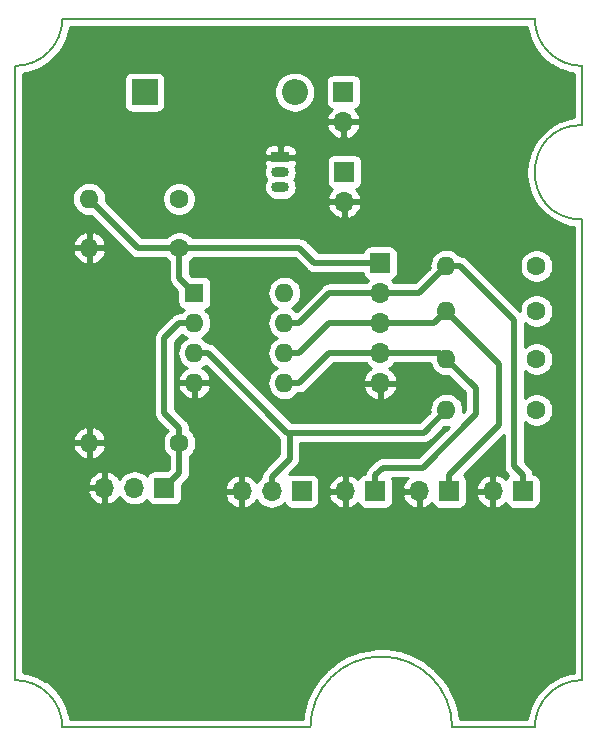
<source format=gbr>
G04 #@! TF.GenerationSoftware,KiCad,Pcbnew,5.1.4*
G04 #@! TF.CreationDate,2019-10-24T11:37:56-03:00*
G04 #@! TF.ProjectId,mows,6d6f7773-2e6b-4696-9361-645f70636258,rev?*
G04 #@! TF.SameCoordinates,Original*
G04 #@! TF.FileFunction,Copper,L2,Bot*
G04 #@! TF.FilePolarity,Positive*
%FSLAX46Y46*%
G04 Gerber Fmt 4.6, Leading zero omitted, Abs format (unit mm)*
G04 Created by KiCad (PCBNEW 5.1.4) date 2019-10-24 11:37:56*
%MOMM*%
%LPD*%
G04 APERTURE LIST*
%ADD10C,0.150000*%
%ADD11O,1.700000X1.700000*%
%ADD12R,1.700000X1.700000*%
%ADD13R,1.500000X0.900000*%
%ADD14O,1.500000X0.900000*%
%ADD15O,2.200000X2.200000*%
%ADD16R,2.200000X2.200000*%
%ADD17O,1.600000X1.600000*%
%ADD18C,1.600000*%
%ADD19R,1.600000X1.600000*%
%ADD20C,0.500000*%
%ADD21C,0.254000*%
G04 APERTURE END LIST*
D10*
X171000000Y-86000000D02*
X171000000Y-125000000D01*
X171000000Y-73000000D02*
X171000000Y-78000000D01*
X171000000Y-86000000D02*
G75*
G02X171000000Y-78000000I0J4000000D01*
G01*
X148000000Y-129000000D02*
G75*
G02X160000000Y-129000000I6000000J0D01*
G01*
X167000000Y-129000000D02*
X160000000Y-129000000D01*
X147000000Y-129000000D02*
X148000000Y-129000000D01*
X127000000Y-129000000D02*
X147000000Y-129000000D01*
X127000000Y-69000000D02*
X167000000Y-69000000D01*
X123000000Y-125000000D02*
X123000000Y-73000000D01*
X123000000Y-125000000D02*
G75*
G02X127000000Y-129000000I0J-4000000D01*
G01*
X127000000Y-69000000D02*
G75*
G02X123000000Y-73000000I-4000000J0D01*
G01*
X171000000Y-73000000D02*
G75*
G02X167000000Y-69000000I0J4000000D01*
G01*
X167000000Y-129000000D02*
G75*
G02X171000000Y-125000000I4000000J0D01*
G01*
D11*
X142170000Y-109000000D03*
X144710000Y-109000000D03*
D12*
X147250000Y-109000000D03*
D13*
X145454500Y-80736500D03*
D14*
X145454500Y-83276500D03*
X145454500Y-82006500D03*
D15*
X146661000Y-75212000D03*
D16*
X133961000Y-75212000D03*
D17*
X129262000Y-84250000D03*
D18*
X136882000Y-84250000D03*
D17*
X129294000Y-88404000D03*
D18*
X136914000Y-88404000D03*
D11*
X150801200Y-77721520D03*
D12*
X150801200Y-75181520D03*
X150872320Y-81948080D03*
D11*
X150872320Y-84488080D03*
X153900000Y-99850000D03*
X153900000Y-97310000D03*
X153900000Y-94770000D03*
X153900000Y-92230000D03*
D12*
X153900000Y-89690000D03*
D17*
X159520000Y-102120000D03*
D18*
X167140000Y-102120000D03*
D11*
X150960000Y-109000000D03*
D12*
X153500000Y-109000000D03*
D17*
X145804000Y-92214000D03*
X138184000Y-99834000D03*
X145804000Y-94754000D03*
X138184000Y-97294000D03*
X145804000Y-97294000D03*
X138184000Y-94754000D03*
X145804000Y-99834000D03*
D19*
X138184000Y-92214000D03*
D17*
X159520000Y-97802000D03*
D18*
X167140000Y-97802000D03*
D17*
X159520000Y-93738000D03*
D18*
X167140000Y-93738000D03*
D17*
X159520000Y-89928000D03*
D18*
X167140000Y-89928000D03*
D17*
X129294000Y-104914000D03*
D18*
X136914000Y-104914000D03*
D11*
X130564000Y-108724000D03*
X133104000Y-108724000D03*
D12*
X135644000Y-108724000D03*
X159750000Y-109000000D03*
D11*
X157210000Y-109000000D03*
X163460000Y-109000000D03*
D12*
X166000000Y-109000000D03*
D20*
X139315370Y-97294000D02*
X146058000Y-104036630D01*
X138184000Y-97294000D02*
X139315370Y-97294000D01*
X157603370Y-104036630D02*
X159520000Y-102120000D01*
X144710000Y-107797919D02*
X146250000Y-106257919D01*
X144710000Y-109000000D02*
X144710000Y-107797919D01*
X146250000Y-104250000D02*
X146463370Y-104036630D01*
X146250000Y-106257919D02*
X146250000Y-104250000D01*
X146058000Y-104036630D02*
X146463370Y-104036630D01*
X146463370Y-104036630D02*
X157603370Y-104036630D01*
X145804000Y-99834000D02*
X147074000Y-99834000D01*
X149614000Y-97294000D02*
X152154000Y-97294000D01*
X147074000Y-99834000D02*
X149614000Y-97294000D01*
X159012000Y-97294000D02*
X159520000Y-97802000D01*
X152154000Y-97294000D02*
X159012000Y-97294000D01*
X153500000Y-107650000D02*
X153500000Y-109000000D01*
X159520000Y-97802000D02*
X162000000Y-100282000D01*
X162000000Y-102500000D02*
X157500000Y-107000000D01*
X162000000Y-100282000D02*
X162000000Y-102500000D01*
X157500000Y-107000000D02*
X154150000Y-107000000D01*
X154150000Y-107000000D02*
X153500000Y-107650000D01*
X136914000Y-104914000D02*
X136914000Y-103644000D01*
X136914000Y-94754000D02*
X138184000Y-94754000D01*
X135644000Y-96024000D02*
X136914000Y-94754000D01*
X135644000Y-102374000D02*
X135644000Y-96024000D01*
X136914000Y-103644000D02*
X135644000Y-102374000D01*
X136914000Y-104914000D02*
X136914000Y-107454000D01*
X136914000Y-107454000D02*
X135644000Y-108724000D01*
X145804000Y-94754000D02*
X147074000Y-94754000D01*
X149614000Y-92214000D02*
X152154000Y-92214000D01*
X147074000Y-94754000D02*
X149614000Y-92214000D01*
X152154000Y-92214000D02*
X157234000Y-92214000D01*
X157234000Y-92214000D02*
X159520000Y-89928000D01*
X160651370Y-89928000D02*
X165250000Y-94526630D01*
X159520000Y-89928000D02*
X160651370Y-89928000D01*
X165250000Y-106900000D02*
X166000000Y-107650000D01*
X166000000Y-107650000D02*
X166000000Y-109000000D01*
X165250000Y-94526630D02*
X165250000Y-106900000D01*
X145804000Y-97294000D02*
X147074000Y-97294000D01*
X149614000Y-94754000D02*
X152154000Y-94754000D01*
X147074000Y-97294000D02*
X149614000Y-94754000D01*
X158504000Y-94754000D02*
X159520000Y-93738000D01*
X152154000Y-94754000D02*
X158504000Y-94754000D01*
X159520000Y-93738000D02*
X164000000Y-98218000D01*
X159750000Y-107650000D02*
X159750000Y-109000000D01*
X164000000Y-103400000D02*
X159750000Y-107650000D01*
X164000000Y-98218000D02*
X164000000Y-103400000D01*
X148344000Y-89674000D02*
X152154000Y-89674000D01*
X147074000Y-88404000D02*
X148344000Y-89674000D01*
X152154000Y-89674000D02*
X154186000Y-89674000D01*
X136914000Y-88404000D02*
X147074000Y-88404000D01*
X136914000Y-90944000D02*
X138184000Y-92214000D01*
X136914000Y-88404000D02*
X136914000Y-90944000D01*
X133416000Y-88404000D02*
X136914000Y-88404000D01*
X129262000Y-84250000D02*
X133416000Y-88404000D01*
D21*
G36*
X166375589Y-69878528D02*
G01*
X166388521Y-69941529D01*
X166400586Y-70004774D01*
X166403451Y-70014265D01*
X166634299Y-70760014D01*
X166659223Y-70819305D01*
X166683342Y-70879003D01*
X166687997Y-70887755D01*
X167059300Y-71574465D01*
X167095257Y-71627774D01*
X167130520Y-71681661D01*
X167136786Y-71689343D01*
X167634399Y-72290854D01*
X167680035Y-72336173D01*
X167725084Y-72382175D01*
X167732722Y-72388494D01*
X168337693Y-72881895D01*
X168391253Y-72917480D01*
X168444389Y-72953863D01*
X168453109Y-72958578D01*
X169142393Y-73325077D01*
X169201875Y-73349594D01*
X169261035Y-73374950D01*
X169270505Y-73377881D01*
X170017850Y-73603518D01*
X170080969Y-73616016D01*
X170143920Y-73629396D01*
X170153777Y-73630432D01*
X170153779Y-73630432D01*
X170290000Y-73643789D01*
X170290001Y-77359313D01*
X170089210Y-77381835D01*
X170026285Y-77395210D01*
X169963140Y-77407713D01*
X169953670Y-77410645D01*
X169209549Y-77646694D01*
X169150422Y-77672036D01*
X169090907Y-77696566D01*
X169082187Y-77701281D01*
X168398087Y-78077368D01*
X168345000Y-78113717D01*
X168291391Y-78149335D01*
X168283753Y-78155654D01*
X167685730Y-78657455D01*
X167640716Y-78703421D01*
X167595044Y-78748776D01*
X167588784Y-78756453D01*
X167588779Y-78756458D01*
X167588775Y-78756463D01*
X167099613Y-79364858D01*
X167064398Y-79418672D01*
X167028392Y-79472054D01*
X167023739Y-79480807D01*
X166662060Y-80172634D01*
X166637962Y-80232280D01*
X166613017Y-80291621D01*
X166610152Y-80301111D01*
X166389738Y-81050012D01*
X166377684Y-81113202D01*
X166364740Y-81176259D01*
X166363773Y-81186125D01*
X166293019Y-81963575D01*
X166293468Y-82027892D01*
X166293019Y-82092275D01*
X166293986Y-82102141D01*
X166375589Y-82878528D01*
X166388521Y-82941529D01*
X166400586Y-83004774D01*
X166403451Y-83014265D01*
X166634299Y-83760014D01*
X166659223Y-83819305D01*
X166683342Y-83879003D01*
X166687997Y-83887755D01*
X167059300Y-84574465D01*
X167095257Y-84627774D01*
X167130520Y-84681661D01*
X167136786Y-84689343D01*
X167634399Y-85290854D01*
X167680035Y-85336173D01*
X167725084Y-85382175D01*
X167732722Y-85388494D01*
X168337693Y-85881895D01*
X168391253Y-85917480D01*
X168444389Y-85953863D01*
X168453109Y-85958578D01*
X169142393Y-86325077D01*
X169201875Y-86349594D01*
X169261035Y-86374950D01*
X169270505Y-86377881D01*
X170017850Y-86603518D01*
X170080969Y-86616016D01*
X170143920Y-86629396D01*
X170153777Y-86630432D01*
X170153779Y-86630432D01*
X170290000Y-86643789D01*
X170290001Y-124357875D01*
X170121472Y-124375588D01*
X170058447Y-124388526D01*
X169995225Y-124400586D01*
X169985735Y-124403451D01*
X169239985Y-124634299D01*
X169180636Y-124659247D01*
X169120997Y-124683343D01*
X169112249Y-124687994D01*
X169112245Y-124687996D01*
X169112244Y-124687997D01*
X168425535Y-125059300D01*
X168372226Y-125095257D01*
X168318339Y-125130520D01*
X168310657Y-125136785D01*
X167709146Y-125634399D01*
X167663827Y-125680035D01*
X167617825Y-125725084D01*
X167611506Y-125732723D01*
X167118104Y-126337693D01*
X167082508Y-126391269D01*
X167046137Y-126444388D01*
X167041427Y-126453101D01*
X167041422Y-126453109D01*
X167041419Y-126453117D01*
X166674923Y-127142393D01*
X166650418Y-127201847D01*
X166625050Y-127261035D01*
X166622119Y-127270505D01*
X166396482Y-128017850D01*
X166383986Y-128080963D01*
X166370604Y-128143920D01*
X166369568Y-128153779D01*
X166356211Y-128290000D01*
X160652041Y-128290000D01*
X160599704Y-127800265D01*
X160590424Y-127751617D01*
X160582333Y-127702745D01*
X160577901Y-127685972D01*
X160315135Y-126738471D01*
X160298036Y-126691997D01*
X160282071Y-126645100D01*
X160274959Y-126629276D01*
X159860971Y-125737414D01*
X159836514Y-125694362D01*
X159813100Y-125650695D01*
X159803500Y-125636245D01*
X159249406Y-124823974D01*
X159218229Y-124785474D01*
X159188014Y-124746239D01*
X159176183Y-124733552D01*
X158496864Y-124022685D01*
X158459819Y-123989795D01*
X158423600Y-123956020D01*
X158409863Y-123945441D01*
X158409856Y-123945435D01*
X158409850Y-123945431D01*
X157623556Y-123355065D01*
X157581659Y-123328681D01*
X157540389Y-123301261D01*
X157525100Y-123293063D01*
X156652936Y-122839043D01*
X156607261Y-122819843D01*
X156562097Y-122799546D01*
X156545679Y-122793957D01*
X156545675Y-122793955D01*
X156545671Y-122793954D01*
X155611067Y-122488479D01*
X155562897Y-122477003D01*
X155514998Y-122464348D01*
X155497883Y-122461514D01*
X154525934Y-122312785D01*
X154476513Y-122309329D01*
X154427213Y-122304669D01*
X154409865Y-122304669D01*
X153426676Y-122316681D01*
X153377378Y-122321341D01*
X153327955Y-122324797D01*
X153310840Y-122327631D01*
X152342814Y-122500063D01*
X152294936Y-122512713D01*
X152246745Y-122524194D01*
X152230322Y-122529785D01*
X151303459Y-122858003D01*
X151258262Y-122878316D01*
X151212620Y-122897502D01*
X151197337Y-122905697D01*
X151197332Y-122905699D01*
X151197328Y-122905702D01*
X150336520Y-123380893D01*
X150295255Y-123408310D01*
X150253353Y-123434697D01*
X150239608Y-123445282D01*
X149467967Y-124054687D01*
X149431750Y-124088461D01*
X149394704Y-124121351D01*
X149382872Y-124134039D01*
X148721124Y-124861290D01*
X148690905Y-124900531D01*
X148659733Y-124939025D01*
X148650132Y-124953475D01*
X148116049Y-125779041D01*
X148092652Y-125822677D01*
X148068178Y-125865759D01*
X148061066Y-125881583D01*
X147668991Y-126783294D01*
X147653024Y-126830198D01*
X147635927Y-126876666D01*
X147631495Y-126893439D01*
X147391958Y-127847078D01*
X147383872Y-127895923D01*
X147374587Y-127944597D01*
X147372954Y-127961868D01*
X147345977Y-128290000D01*
X127642125Y-128290000D01*
X127624412Y-128121472D01*
X127611474Y-128058447D01*
X127599414Y-127995225D01*
X127596549Y-127985735D01*
X127365701Y-127239985D01*
X127340753Y-127180636D01*
X127316657Y-127120997D01*
X127312003Y-127112244D01*
X126940700Y-126425535D01*
X126904743Y-126372226D01*
X126869480Y-126318339D01*
X126863215Y-126310657D01*
X126365601Y-125709146D01*
X126319965Y-125663827D01*
X126274916Y-125617825D01*
X126267277Y-125611506D01*
X125662307Y-125118104D01*
X125608731Y-125082508D01*
X125555612Y-125046137D01*
X125546899Y-125041427D01*
X125546891Y-125041422D01*
X125546883Y-125041419D01*
X124857607Y-124674923D01*
X124798153Y-124650418D01*
X124738965Y-124625050D01*
X124729495Y-124622119D01*
X123982150Y-124396482D01*
X123919037Y-124383986D01*
X123856080Y-124370604D01*
X123846221Y-124369568D01*
X123710000Y-124356211D01*
X123710000Y-109080891D01*
X129122519Y-109080891D01*
X129219843Y-109355252D01*
X129368822Y-109605355D01*
X129563731Y-109821588D01*
X129797080Y-109995641D01*
X130059901Y-110120825D01*
X130207110Y-110165476D01*
X130437000Y-110044155D01*
X130437000Y-108851000D01*
X129243186Y-108851000D01*
X129122519Y-109080891D01*
X123710000Y-109080891D01*
X123710000Y-108367109D01*
X129122519Y-108367109D01*
X129243186Y-108597000D01*
X130437000Y-108597000D01*
X130437000Y-107403845D01*
X130207110Y-107282524D01*
X130059901Y-107327175D01*
X129797080Y-107452359D01*
X129563731Y-107626412D01*
X129368822Y-107842645D01*
X129219843Y-108092748D01*
X129122519Y-108367109D01*
X123710000Y-108367109D01*
X123710000Y-105263039D01*
X127902096Y-105263039D01*
X127942754Y-105397087D01*
X128062963Y-105651420D01*
X128230481Y-105877414D01*
X128438869Y-106066385D01*
X128680119Y-106211070D01*
X128944960Y-106305909D01*
X129167000Y-106184624D01*
X129167000Y-105041000D01*
X129421000Y-105041000D01*
X129421000Y-106184624D01*
X129643040Y-106305909D01*
X129907881Y-106211070D01*
X130149131Y-106066385D01*
X130357519Y-105877414D01*
X130525037Y-105651420D01*
X130645246Y-105397087D01*
X130685904Y-105263039D01*
X130563915Y-105041000D01*
X129421000Y-105041000D01*
X129167000Y-105041000D01*
X128024085Y-105041000D01*
X127902096Y-105263039D01*
X123710000Y-105263039D01*
X123710000Y-104564961D01*
X127902096Y-104564961D01*
X128024085Y-104787000D01*
X129167000Y-104787000D01*
X129167000Y-103643376D01*
X129421000Y-103643376D01*
X129421000Y-104787000D01*
X130563915Y-104787000D01*
X130685904Y-104564961D01*
X130645246Y-104430913D01*
X130525037Y-104176580D01*
X130357519Y-103950586D01*
X130149131Y-103761615D01*
X129907881Y-103616930D01*
X129643040Y-103522091D01*
X129421000Y-103643376D01*
X129167000Y-103643376D01*
X128944960Y-103522091D01*
X128680119Y-103616930D01*
X128438869Y-103761615D01*
X128230481Y-103950586D01*
X128062963Y-104176580D01*
X127942754Y-104430913D01*
X127902096Y-104564961D01*
X123710000Y-104564961D01*
X123710000Y-88753039D01*
X127902096Y-88753039D01*
X127942754Y-88887087D01*
X128062963Y-89141420D01*
X128230481Y-89367414D01*
X128438869Y-89556385D01*
X128680119Y-89701070D01*
X128944960Y-89795909D01*
X129167000Y-89674624D01*
X129167000Y-88531000D01*
X129421000Y-88531000D01*
X129421000Y-89674624D01*
X129643040Y-89795909D01*
X129907881Y-89701070D01*
X130149131Y-89556385D01*
X130357519Y-89367414D01*
X130525037Y-89141420D01*
X130645246Y-88887087D01*
X130685904Y-88753039D01*
X130563915Y-88531000D01*
X129421000Y-88531000D01*
X129167000Y-88531000D01*
X128024085Y-88531000D01*
X127902096Y-88753039D01*
X123710000Y-88753039D01*
X123710000Y-88054961D01*
X127902096Y-88054961D01*
X128024085Y-88277000D01*
X129167000Y-88277000D01*
X129167000Y-87133376D01*
X129421000Y-87133376D01*
X129421000Y-88277000D01*
X130563915Y-88277000D01*
X130685904Y-88054961D01*
X130645246Y-87920913D01*
X130525037Y-87666580D01*
X130357519Y-87440586D01*
X130149131Y-87251615D01*
X129907881Y-87106930D01*
X129643040Y-87012091D01*
X129421000Y-87133376D01*
X129167000Y-87133376D01*
X128944960Y-87012091D01*
X128680119Y-87106930D01*
X128438869Y-87251615D01*
X128230481Y-87440586D01*
X128062963Y-87666580D01*
X127942754Y-87920913D01*
X127902096Y-88054961D01*
X123710000Y-88054961D01*
X123710000Y-84250000D01*
X127820057Y-84250000D01*
X127847764Y-84531309D01*
X127929818Y-84801808D01*
X128063068Y-85051101D01*
X128242392Y-85269608D01*
X128460899Y-85448932D01*
X128710192Y-85582182D01*
X128980691Y-85664236D01*
X129191508Y-85685000D01*
X129332492Y-85685000D01*
X129435296Y-85674874D01*
X132759470Y-88999049D01*
X132787183Y-89032817D01*
X132820951Y-89060530D01*
X132820953Y-89060532D01*
X132843399Y-89078953D01*
X132921941Y-89143411D01*
X133075687Y-89225589D01*
X133242510Y-89276195D01*
X133372523Y-89289000D01*
X133372533Y-89289000D01*
X133415999Y-89293281D01*
X133459465Y-89289000D01*
X135779479Y-89289000D01*
X135799363Y-89318759D01*
X135999241Y-89518637D01*
X136029000Y-89538522D01*
X136029001Y-90900521D01*
X136024719Y-90944000D01*
X136041805Y-91117490D01*
X136092412Y-91284313D01*
X136174590Y-91438059D01*
X136257468Y-91539046D01*
X136257471Y-91539049D01*
X136285184Y-91572817D01*
X136318951Y-91600529D01*
X136745928Y-92027506D01*
X136745928Y-93014000D01*
X136758188Y-93138482D01*
X136794498Y-93258180D01*
X136853463Y-93368494D01*
X136932815Y-93465185D01*
X137029506Y-93544537D01*
X137139820Y-93603502D01*
X137259518Y-93639812D01*
X137277482Y-93641581D01*
X137164392Y-93734392D01*
X137053922Y-93869000D01*
X136957465Y-93869000D01*
X136913999Y-93864719D01*
X136870533Y-93869000D01*
X136870523Y-93869000D01*
X136740510Y-93881805D01*
X136573687Y-93932411D01*
X136419941Y-94014589D01*
X136419939Y-94014590D01*
X136419940Y-94014590D01*
X136318953Y-94097468D01*
X136318951Y-94097470D01*
X136285183Y-94125183D01*
X136257470Y-94158951D01*
X135048951Y-95367471D01*
X135015184Y-95395183D01*
X134987471Y-95428951D01*
X134987468Y-95428954D01*
X134904590Y-95529941D01*
X134822412Y-95683687D01*
X134771805Y-95850510D01*
X134754719Y-96024000D01*
X134759001Y-96067479D01*
X134759000Y-102330531D01*
X134754719Y-102374000D01*
X134759000Y-102417469D01*
X134759000Y-102417476D01*
X134771805Y-102547489D01*
X134822411Y-102714312D01*
X134904589Y-102868058D01*
X135015183Y-103002817D01*
X135048956Y-103030534D01*
X135908513Y-103890091D01*
X135799363Y-103999241D01*
X135642320Y-104234273D01*
X135534147Y-104495426D01*
X135479000Y-104772665D01*
X135479000Y-105055335D01*
X135534147Y-105332574D01*
X135642320Y-105593727D01*
X135799363Y-105828759D01*
X135999241Y-106028637D01*
X136029000Y-106048522D01*
X136029001Y-107087420D01*
X135880493Y-107235928D01*
X134794000Y-107235928D01*
X134669518Y-107248188D01*
X134549820Y-107284498D01*
X134439506Y-107343463D01*
X134342815Y-107422815D01*
X134263463Y-107519506D01*
X134204498Y-107629820D01*
X134183607Y-107698687D01*
X134159134Y-107668866D01*
X133933014Y-107483294D01*
X133675034Y-107345401D01*
X133395111Y-107260487D01*
X133176950Y-107239000D01*
X133031050Y-107239000D01*
X132812889Y-107260487D01*
X132532966Y-107345401D01*
X132274986Y-107483294D01*
X132048866Y-107668866D01*
X131863294Y-107894986D01*
X131828799Y-107959523D01*
X131759178Y-107842645D01*
X131564269Y-107626412D01*
X131330920Y-107452359D01*
X131068099Y-107327175D01*
X130920890Y-107282524D01*
X130691000Y-107403845D01*
X130691000Y-108597000D01*
X130711000Y-108597000D01*
X130711000Y-108851000D01*
X130691000Y-108851000D01*
X130691000Y-110044155D01*
X130920890Y-110165476D01*
X131068099Y-110120825D01*
X131330920Y-109995641D01*
X131564269Y-109821588D01*
X131759178Y-109605355D01*
X131828799Y-109488477D01*
X131863294Y-109553014D01*
X132048866Y-109779134D01*
X132274986Y-109964706D01*
X132532966Y-110102599D01*
X132812889Y-110187513D01*
X133031050Y-110209000D01*
X133176950Y-110209000D01*
X133395111Y-110187513D01*
X133675034Y-110102599D01*
X133933014Y-109964706D01*
X134159134Y-109779134D01*
X134183607Y-109749313D01*
X134204498Y-109818180D01*
X134263463Y-109928494D01*
X134342815Y-110025185D01*
X134439506Y-110104537D01*
X134549820Y-110163502D01*
X134669518Y-110199812D01*
X134794000Y-110212072D01*
X136494000Y-110212072D01*
X136618482Y-110199812D01*
X136738180Y-110163502D01*
X136848494Y-110104537D01*
X136945185Y-110025185D01*
X137024537Y-109928494D01*
X137083502Y-109818180D01*
X137119812Y-109698482D01*
X137132072Y-109574000D01*
X137132072Y-109356891D01*
X140728519Y-109356891D01*
X140825843Y-109631252D01*
X140974822Y-109881355D01*
X141169731Y-110097588D01*
X141403080Y-110271641D01*
X141665901Y-110396825D01*
X141813110Y-110441476D01*
X142043000Y-110320155D01*
X142043000Y-109127000D01*
X140849186Y-109127000D01*
X140728519Y-109356891D01*
X137132072Y-109356891D01*
X137132072Y-108643109D01*
X140728519Y-108643109D01*
X140849186Y-108873000D01*
X142043000Y-108873000D01*
X142043000Y-107679845D01*
X141813110Y-107558524D01*
X141665901Y-107603175D01*
X141403080Y-107728359D01*
X141169731Y-107902412D01*
X140974822Y-108118645D01*
X140825843Y-108368748D01*
X140728519Y-108643109D01*
X137132072Y-108643109D01*
X137132072Y-108487507D01*
X137509049Y-108110530D01*
X137542817Y-108082817D01*
X137589842Y-108025518D01*
X137653410Y-107948060D01*
X137653411Y-107948059D01*
X137735589Y-107794313D01*
X137786195Y-107627490D01*
X137799000Y-107497477D01*
X137799000Y-107497467D01*
X137803281Y-107454001D01*
X137799000Y-107410535D01*
X137799000Y-106048521D01*
X137828759Y-106028637D01*
X138028637Y-105828759D01*
X138185680Y-105593727D01*
X138293853Y-105332574D01*
X138349000Y-105055335D01*
X138349000Y-104772665D01*
X138293853Y-104495426D01*
X138185680Y-104234273D01*
X138028637Y-103999241D01*
X137828759Y-103799363D01*
X137799000Y-103779479D01*
X137799000Y-103687465D01*
X137803281Y-103643999D01*
X137799000Y-103600533D01*
X137799000Y-103600523D01*
X137786195Y-103470510D01*
X137735589Y-103303687D01*
X137653411Y-103149941D01*
X137542817Y-103015183D01*
X137509049Y-102987470D01*
X136529000Y-102007422D01*
X136529000Y-100183039D01*
X136792096Y-100183039D01*
X136832754Y-100317087D01*
X136952963Y-100571420D01*
X137120481Y-100797414D01*
X137328869Y-100986385D01*
X137570119Y-101131070D01*
X137834960Y-101225909D01*
X138057000Y-101104624D01*
X138057000Y-99961000D01*
X138311000Y-99961000D01*
X138311000Y-101104624D01*
X138533040Y-101225909D01*
X138797881Y-101131070D01*
X139039131Y-100986385D01*
X139247519Y-100797414D01*
X139415037Y-100571420D01*
X139535246Y-100317087D01*
X139575904Y-100183039D01*
X139453915Y-99961000D01*
X138311000Y-99961000D01*
X138057000Y-99961000D01*
X136914085Y-99961000D01*
X136792096Y-100183039D01*
X136529000Y-100183039D01*
X136529000Y-96390578D01*
X137156089Y-95763490D01*
X137164392Y-95773608D01*
X137382899Y-95952932D01*
X137515858Y-96024000D01*
X137382899Y-96095068D01*
X137164392Y-96274392D01*
X136985068Y-96492899D01*
X136851818Y-96742192D01*
X136769764Y-97012691D01*
X136742057Y-97294000D01*
X136769764Y-97575309D01*
X136851818Y-97845808D01*
X136985068Y-98095101D01*
X137164392Y-98313608D01*
X137382899Y-98492932D01*
X137520682Y-98566579D01*
X137328869Y-98681615D01*
X137120481Y-98870586D01*
X136952963Y-99096580D01*
X136832754Y-99350913D01*
X136792096Y-99484961D01*
X136914085Y-99707000D01*
X138057000Y-99707000D01*
X138057000Y-99687000D01*
X138311000Y-99687000D01*
X138311000Y-99707000D01*
X139453915Y-99707000D01*
X139575904Y-99484961D01*
X139535246Y-99350913D01*
X139415037Y-99096580D01*
X139247519Y-98870586D01*
X139039131Y-98681615D01*
X138847318Y-98566579D01*
X138985101Y-98492932D01*
X139137584Y-98367792D01*
X145365001Y-104595210D01*
X145365000Y-105891340D01*
X144114951Y-107141390D01*
X144081184Y-107169102D01*
X144053471Y-107202870D01*
X144053468Y-107202873D01*
X143970590Y-107303860D01*
X143888412Y-107457606D01*
X143837805Y-107624429D01*
X143820719Y-107797919D01*
X143821706Y-107807944D01*
X143654866Y-107944866D01*
X143469294Y-108170986D01*
X143434799Y-108235523D01*
X143365178Y-108118645D01*
X143170269Y-107902412D01*
X142936920Y-107728359D01*
X142674099Y-107603175D01*
X142526890Y-107558524D01*
X142297000Y-107679845D01*
X142297000Y-108873000D01*
X142317000Y-108873000D01*
X142317000Y-109127000D01*
X142297000Y-109127000D01*
X142297000Y-110320155D01*
X142526890Y-110441476D01*
X142674099Y-110396825D01*
X142936920Y-110271641D01*
X143170269Y-110097588D01*
X143365178Y-109881355D01*
X143434799Y-109764477D01*
X143469294Y-109829014D01*
X143654866Y-110055134D01*
X143880986Y-110240706D01*
X144138966Y-110378599D01*
X144418889Y-110463513D01*
X144637050Y-110485000D01*
X144782950Y-110485000D01*
X145001111Y-110463513D01*
X145281034Y-110378599D01*
X145539014Y-110240706D01*
X145765134Y-110055134D01*
X145789607Y-110025313D01*
X145810498Y-110094180D01*
X145869463Y-110204494D01*
X145948815Y-110301185D01*
X146045506Y-110380537D01*
X146155820Y-110439502D01*
X146275518Y-110475812D01*
X146400000Y-110488072D01*
X148100000Y-110488072D01*
X148224482Y-110475812D01*
X148344180Y-110439502D01*
X148454494Y-110380537D01*
X148551185Y-110301185D01*
X148630537Y-110204494D01*
X148689502Y-110094180D01*
X148725812Y-109974482D01*
X148738072Y-109850000D01*
X148738072Y-109356891D01*
X149518519Y-109356891D01*
X149615843Y-109631252D01*
X149764822Y-109881355D01*
X149959731Y-110097588D01*
X150193080Y-110271641D01*
X150455901Y-110396825D01*
X150603110Y-110441476D01*
X150833000Y-110320155D01*
X150833000Y-109127000D01*
X149639186Y-109127000D01*
X149518519Y-109356891D01*
X148738072Y-109356891D01*
X148738072Y-108643109D01*
X149518519Y-108643109D01*
X149639186Y-108873000D01*
X150833000Y-108873000D01*
X150833000Y-107679845D01*
X150603110Y-107558524D01*
X150455901Y-107603175D01*
X150193080Y-107728359D01*
X149959731Y-107902412D01*
X149764822Y-108118645D01*
X149615843Y-108368748D01*
X149518519Y-108643109D01*
X148738072Y-108643109D01*
X148738072Y-108150000D01*
X148725812Y-108025518D01*
X148689502Y-107905820D01*
X148630537Y-107795506D01*
X148551185Y-107698815D01*
X148454494Y-107619463D01*
X148344180Y-107560498D01*
X148224482Y-107524188D01*
X148100000Y-107511928D01*
X146400000Y-107511928D01*
X146275518Y-107524188D01*
X146217801Y-107541696D01*
X146845050Y-106914448D01*
X146878817Y-106886736D01*
X146989411Y-106751978D01*
X147071589Y-106598232D01*
X147122195Y-106431409D01*
X147135000Y-106301396D01*
X147135000Y-106301388D01*
X147139281Y-106257919D01*
X147135000Y-106214450D01*
X147135000Y-104921630D01*
X157559901Y-104921630D01*
X157603370Y-104925911D01*
X157646839Y-104921630D01*
X157646847Y-104921630D01*
X157776860Y-104908825D01*
X157943683Y-104858219D01*
X158097429Y-104776041D01*
X158232187Y-104665447D01*
X158259904Y-104631674D01*
X159346704Y-103544875D01*
X159449508Y-103555000D01*
X159590492Y-103555000D01*
X159704667Y-103543755D01*
X157133422Y-106115000D01*
X154193469Y-106115000D01*
X154150000Y-106110719D01*
X154106531Y-106115000D01*
X154106523Y-106115000D01*
X153976510Y-106127805D01*
X153809687Y-106178411D01*
X153796088Y-106185680D01*
X153655941Y-106260589D01*
X153554953Y-106343468D01*
X153554951Y-106343470D01*
X153521183Y-106371183D01*
X153493470Y-106404951D01*
X152904956Y-106993466D01*
X152871183Y-107021183D01*
X152760589Y-107155942D01*
X152678411Y-107309688D01*
X152652817Y-107394059D01*
X152627806Y-107476509D01*
X152627805Y-107476511D01*
X152624065Y-107514482D01*
X152525518Y-107524188D01*
X152405820Y-107560498D01*
X152295506Y-107619463D01*
X152198815Y-107698815D01*
X152119463Y-107795506D01*
X152060498Y-107905820D01*
X152036034Y-107986466D01*
X151960269Y-107902412D01*
X151726920Y-107728359D01*
X151464099Y-107603175D01*
X151316890Y-107558524D01*
X151087000Y-107679845D01*
X151087000Y-108873000D01*
X151107000Y-108873000D01*
X151107000Y-109127000D01*
X151087000Y-109127000D01*
X151087000Y-110320155D01*
X151316890Y-110441476D01*
X151464099Y-110396825D01*
X151726920Y-110271641D01*
X151960269Y-110097588D01*
X152036034Y-110013534D01*
X152060498Y-110094180D01*
X152119463Y-110204494D01*
X152198815Y-110301185D01*
X152295506Y-110380537D01*
X152405820Y-110439502D01*
X152525518Y-110475812D01*
X152650000Y-110488072D01*
X154350000Y-110488072D01*
X154474482Y-110475812D01*
X154594180Y-110439502D01*
X154704494Y-110380537D01*
X154801185Y-110301185D01*
X154880537Y-110204494D01*
X154939502Y-110094180D01*
X154975812Y-109974482D01*
X154988072Y-109850000D01*
X154988072Y-109356891D01*
X155768519Y-109356891D01*
X155865843Y-109631252D01*
X156014822Y-109881355D01*
X156209731Y-110097588D01*
X156443080Y-110271641D01*
X156705901Y-110396825D01*
X156853110Y-110441476D01*
X157083000Y-110320155D01*
X157083000Y-109127000D01*
X155889186Y-109127000D01*
X155768519Y-109356891D01*
X154988072Y-109356891D01*
X154988072Y-108150000D01*
X154975812Y-108025518D01*
X154939502Y-107905820D01*
X154928373Y-107885000D01*
X156233075Y-107885000D01*
X156209731Y-107902412D01*
X156014822Y-108118645D01*
X155865843Y-108368748D01*
X155768519Y-108643109D01*
X155889186Y-108873000D01*
X157083000Y-108873000D01*
X157083000Y-108853000D01*
X157337000Y-108853000D01*
X157337000Y-108873000D01*
X157357000Y-108873000D01*
X157357000Y-109127000D01*
X157337000Y-109127000D01*
X157337000Y-110320155D01*
X157566890Y-110441476D01*
X157714099Y-110396825D01*
X157976920Y-110271641D01*
X158210269Y-110097588D01*
X158286034Y-110013534D01*
X158310498Y-110094180D01*
X158369463Y-110204494D01*
X158448815Y-110301185D01*
X158545506Y-110380537D01*
X158655820Y-110439502D01*
X158775518Y-110475812D01*
X158900000Y-110488072D01*
X160600000Y-110488072D01*
X160724482Y-110475812D01*
X160844180Y-110439502D01*
X160954494Y-110380537D01*
X161051185Y-110301185D01*
X161130537Y-110204494D01*
X161189502Y-110094180D01*
X161225812Y-109974482D01*
X161238072Y-109850000D01*
X161238072Y-109356891D01*
X162018519Y-109356891D01*
X162115843Y-109631252D01*
X162264822Y-109881355D01*
X162459731Y-110097588D01*
X162693080Y-110271641D01*
X162955901Y-110396825D01*
X163103110Y-110441476D01*
X163333000Y-110320155D01*
X163333000Y-109127000D01*
X162139186Y-109127000D01*
X162018519Y-109356891D01*
X161238072Y-109356891D01*
X161238072Y-108643109D01*
X162018519Y-108643109D01*
X162139186Y-108873000D01*
X163333000Y-108873000D01*
X163333000Y-107679845D01*
X163103110Y-107558524D01*
X162955901Y-107603175D01*
X162693080Y-107728359D01*
X162459731Y-107902412D01*
X162264822Y-108118645D01*
X162115843Y-108368748D01*
X162018519Y-108643109D01*
X161238072Y-108643109D01*
X161238072Y-108150000D01*
X161225812Y-108025518D01*
X161189502Y-107905820D01*
X161130537Y-107795506D01*
X161051185Y-107698815D01*
X160997127Y-107654451D01*
X164365001Y-104286578D01*
X164365001Y-106856521D01*
X164360719Y-106900000D01*
X164377805Y-107073490D01*
X164428412Y-107240313D01*
X164510590Y-107394059D01*
X164593468Y-107495046D01*
X164593471Y-107495049D01*
X164621184Y-107528817D01*
X164654951Y-107556529D01*
X164752873Y-107654451D01*
X164698815Y-107698815D01*
X164619463Y-107795506D01*
X164560498Y-107905820D01*
X164536034Y-107986466D01*
X164460269Y-107902412D01*
X164226920Y-107728359D01*
X163964099Y-107603175D01*
X163816890Y-107558524D01*
X163587000Y-107679845D01*
X163587000Y-108873000D01*
X163607000Y-108873000D01*
X163607000Y-109127000D01*
X163587000Y-109127000D01*
X163587000Y-110320155D01*
X163816890Y-110441476D01*
X163964099Y-110396825D01*
X164226920Y-110271641D01*
X164460269Y-110097588D01*
X164536034Y-110013534D01*
X164560498Y-110094180D01*
X164619463Y-110204494D01*
X164698815Y-110301185D01*
X164795506Y-110380537D01*
X164905820Y-110439502D01*
X165025518Y-110475812D01*
X165150000Y-110488072D01*
X166850000Y-110488072D01*
X166974482Y-110475812D01*
X167094180Y-110439502D01*
X167204494Y-110380537D01*
X167301185Y-110301185D01*
X167380537Y-110204494D01*
X167439502Y-110094180D01*
X167475812Y-109974482D01*
X167488072Y-109850000D01*
X167488072Y-108150000D01*
X167475812Y-108025518D01*
X167439502Y-107905820D01*
X167380537Y-107795506D01*
X167301185Y-107698815D01*
X167204494Y-107619463D01*
X167094180Y-107560498D01*
X166974482Y-107524188D01*
X166875935Y-107514482D01*
X166872195Y-107476510D01*
X166821589Y-107309687D01*
X166739411Y-107155941D01*
X166671745Y-107073490D01*
X166656532Y-107054953D01*
X166656530Y-107054951D01*
X166628817Y-107021183D01*
X166595050Y-106993471D01*
X166135000Y-106533422D01*
X166135000Y-103144396D01*
X166225241Y-103234637D01*
X166460273Y-103391680D01*
X166721426Y-103499853D01*
X166998665Y-103555000D01*
X167281335Y-103555000D01*
X167558574Y-103499853D01*
X167819727Y-103391680D01*
X168054759Y-103234637D01*
X168254637Y-103034759D01*
X168411680Y-102799727D01*
X168519853Y-102538574D01*
X168575000Y-102261335D01*
X168575000Y-101978665D01*
X168519853Y-101701426D01*
X168411680Y-101440273D01*
X168254637Y-101205241D01*
X168054759Y-101005363D01*
X167819727Y-100848320D01*
X167558574Y-100740147D01*
X167281335Y-100685000D01*
X166998665Y-100685000D01*
X166721426Y-100740147D01*
X166460273Y-100848320D01*
X166225241Y-101005363D01*
X166135000Y-101095604D01*
X166135000Y-98826396D01*
X166225241Y-98916637D01*
X166460273Y-99073680D01*
X166721426Y-99181853D01*
X166998665Y-99237000D01*
X167281335Y-99237000D01*
X167558574Y-99181853D01*
X167819727Y-99073680D01*
X168054759Y-98916637D01*
X168254637Y-98716759D01*
X168411680Y-98481727D01*
X168519853Y-98220574D01*
X168575000Y-97943335D01*
X168575000Y-97660665D01*
X168519853Y-97383426D01*
X168411680Y-97122273D01*
X168254637Y-96887241D01*
X168054759Y-96687363D01*
X167819727Y-96530320D01*
X167558574Y-96422147D01*
X167281335Y-96367000D01*
X166998665Y-96367000D01*
X166721426Y-96422147D01*
X166460273Y-96530320D01*
X166225241Y-96687363D01*
X166135000Y-96777604D01*
X166135000Y-94762396D01*
X166225241Y-94852637D01*
X166460273Y-95009680D01*
X166721426Y-95117853D01*
X166998665Y-95173000D01*
X167281335Y-95173000D01*
X167558574Y-95117853D01*
X167819727Y-95009680D01*
X168054759Y-94852637D01*
X168254637Y-94652759D01*
X168411680Y-94417727D01*
X168519853Y-94156574D01*
X168575000Y-93879335D01*
X168575000Y-93596665D01*
X168519853Y-93319426D01*
X168411680Y-93058273D01*
X168254637Y-92823241D01*
X168054759Y-92623363D01*
X167819727Y-92466320D01*
X167558574Y-92358147D01*
X167281335Y-92303000D01*
X166998665Y-92303000D01*
X166721426Y-92358147D01*
X166460273Y-92466320D01*
X166225241Y-92623363D01*
X166025363Y-92823241D01*
X165868320Y-93058273D01*
X165760147Y-93319426D01*
X165705000Y-93596665D01*
X165705000Y-93730051D01*
X161761614Y-89786665D01*
X165705000Y-89786665D01*
X165705000Y-90069335D01*
X165760147Y-90346574D01*
X165868320Y-90607727D01*
X166025363Y-90842759D01*
X166225241Y-91042637D01*
X166460273Y-91199680D01*
X166721426Y-91307853D01*
X166998665Y-91363000D01*
X167281335Y-91363000D01*
X167558574Y-91307853D01*
X167819727Y-91199680D01*
X168054759Y-91042637D01*
X168254637Y-90842759D01*
X168411680Y-90607727D01*
X168519853Y-90346574D01*
X168575000Y-90069335D01*
X168575000Y-89786665D01*
X168519853Y-89509426D01*
X168411680Y-89248273D01*
X168254637Y-89013241D01*
X168054759Y-88813363D01*
X167819727Y-88656320D01*
X167558574Y-88548147D01*
X167281335Y-88493000D01*
X166998665Y-88493000D01*
X166721426Y-88548147D01*
X166460273Y-88656320D01*
X166225241Y-88813363D01*
X166025363Y-89013241D01*
X165868320Y-89248273D01*
X165760147Y-89509426D01*
X165705000Y-89786665D01*
X161761614Y-89786665D01*
X161307904Y-89332956D01*
X161280187Y-89299183D01*
X161145429Y-89188589D01*
X160991683Y-89106411D01*
X160824860Y-89055805D01*
X160694847Y-89043000D01*
X160694839Y-89043000D01*
X160651370Y-89038719D01*
X160646924Y-89039157D01*
X160539608Y-88908392D01*
X160321101Y-88729068D01*
X160071808Y-88595818D01*
X159801309Y-88513764D01*
X159590492Y-88493000D01*
X159449508Y-88493000D01*
X159238691Y-88513764D01*
X158968192Y-88595818D01*
X158718899Y-88729068D01*
X158500392Y-88908392D01*
X158321068Y-89126899D01*
X158187818Y-89376192D01*
X158105764Y-89646691D01*
X158078057Y-89928000D01*
X158095125Y-90101296D01*
X156867422Y-91329000D01*
X155081629Y-91329000D01*
X154955134Y-91174866D01*
X154925313Y-91150393D01*
X154994180Y-91129502D01*
X155104494Y-91070537D01*
X155201185Y-90991185D01*
X155280537Y-90894494D01*
X155339502Y-90784180D01*
X155375812Y-90664482D01*
X155388072Y-90540000D01*
X155388072Y-88840000D01*
X155375812Y-88715518D01*
X155339502Y-88595820D01*
X155280537Y-88485506D01*
X155201185Y-88388815D01*
X155104494Y-88309463D01*
X154994180Y-88250498D01*
X154874482Y-88214188D01*
X154750000Y-88201928D01*
X153050000Y-88201928D01*
X152925518Y-88214188D01*
X152805820Y-88250498D01*
X152695506Y-88309463D01*
X152598815Y-88388815D01*
X152519463Y-88485506D01*
X152460498Y-88595820D01*
X152424188Y-88715518D01*
X152416951Y-88789000D01*
X148710579Y-88789000D01*
X147730534Y-87808956D01*
X147702817Y-87775183D01*
X147568059Y-87664589D01*
X147414313Y-87582411D01*
X147247490Y-87531805D01*
X147117477Y-87519000D01*
X147117469Y-87519000D01*
X147074000Y-87514719D01*
X147030531Y-87519000D01*
X138048521Y-87519000D01*
X138028637Y-87489241D01*
X137828759Y-87289363D01*
X137593727Y-87132320D01*
X137332574Y-87024147D01*
X137055335Y-86969000D01*
X136772665Y-86969000D01*
X136495426Y-87024147D01*
X136234273Y-87132320D01*
X135999241Y-87289363D01*
X135799363Y-87489241D01*
X135779479Y-87519000D01*
X133782579Y-87519000D01*
X130686875Y-84423296D01*
X130703943Y-84250000D01*
X130690023Y-84108665D01*
X135447000Y-84108665D01*
X135447000Y-84391335D01*
X135502147Y-84668574D01*
X135610320Y-84929727D01*
X135767363Y-85164759D01*
X135967241Y-85364637D01*
X136202273Y-85521680D01*
X136463426Y-85629853D01*
X136740665Y-85685000D01*
X137023335Y-85685000D01*
X137300574Y-85629853D01*
X137561727Y-85521680D01*
X137796759Y-85364637D01*
X137996637Y-85164759D01*
X138153680Y-84929727D01*
X138188787Y-84844970D01*
X149430844Y-84844970D01*
X149475495Y-84992179D01*
X149600679Y-85255000D01*
X149774732Y-85488349D01*
X149990965Y-85683258D01*
X150241068Y-85832237D01*
X150515429Y-85929561D01*
X150745320Y-85808894D01*
X150745320Y-84615080D01*
X150999320Y-84615080D01*
X150999320Y-85808894D01*
X151229211Y-85929561D01*
X151503572Y-85832237D01*
X151753675Y-85683258D01*
X151969908Y-85488349D01*
X152143961Y-85255000D01*
X152269145Y-84992179D01*
X152313796Y-84844970D01*
X152192475Y-84615080D01*
X150999320Y-84615080D01*
X150745320Y-84615080D01*
X149552165Y-84615080D01*
X149430844Y-84844970D01*
X138188787Y-84844970D01*
X138261853Y-84668574D01*
X138317000Y-84391335D01*
X138317000Y-84108665D01*
X138261853Y-83831426D01*
X138153680Y-83570273D01*
X137996637Y-83335241D01*
X137796759Y-83135363D01*
X137561727Y-82978320D01*
X137300574Y-82870147D01*
X137023335Y-82815000D01*
X136740665Y-82815000D01*
X136463426Y-82870147D01*
X136202273Y-82978320D01*
X135967241Y-83135363D01*
X135767363Y-83335241D01*
X135610320Y-83570273D01*
X135502147Y-83831426D01*
X135447000Y-84108665D01*
X130690023Y-84108665D01*
X130676236Y-83968691D01*
X130594182Y-83698192D01*
X130460932Y-83448899D01*
X130281608Y-83230392D01*
X130063101Y-83051068D01*
X129813808Y-82917818D01*
X129543309Y-82835764D01*
X129332492Y-82815000D01*
X129191508Y-82815000D01*
X128980691Y-82835764D01*
X128710192Y-82917818D01*
X128460899Y-83051068D01*
X128242392Y-83230392D01*
X128063068Y-83448899D01*
X127929818Y-83698192D01*
X127847764Y-83968691D01*
X127820057Y-84250000D01*
X123710000Y-84250000D01*
X123710000Y-82006500D01*
X144064251Y-82006500D01*
X144085200Y-82219197D01*
X144147241Y-82423720D01*
X144247991Y-82612210D01*
X144272029Y-82641500D01*
X144247991Y-82670790D01*
X144147241Y-82859280D01*
X144085200Y-83063803D01*
X144064251Y-83276500D01*
X144085200Y-83489197D01*
X144147241Y-83693720D01*
X144247991Y-83882210D01*
X144383578Y-84047422D01*
X144548790Y-84183009D01*
X144737280Y-84283759D01*
X144941803Y-84345800D01*
X145101206Y-84361500D01*
X145807794Y-84361500D01*
X145967197Y-84345800D01*
X146171720Y-84283759D01*
X146360210Y-84183009D01*
X146525422Y-84047422D01*
X146661009Y-83882210D01*
X146761759Y-83693720D01*
X146823800Y-83489197D01*
X146844749Y-83276500D01*
X146823800Y-83063803D01*
X146761759Y-82859280D01*
X146661009Y-82670790D01*
X146636971Y-82641500D01*
X146661009Y-82612210D01*
X146761759Y-82423720D01*
X146823800Y-82219197D01*
X146844749Y-82006500D01*
X146823800Y-81793803D01*
X146761759Y-81589280D01*
X146735493Y-81540140D01*
X146794002Y-81430680D01*
X146830312Y-81310982D01*
X146842572Y-81186500D01*
X146840919Y-81098080D01*
X149384248Y-81098080D01*
X149384248Y-82798080D01*
X149396508Y-82922562D01*
X149432818Y-83042260D01*
X149491783Y-83152574D01*
X149571135Y-83249265D01*
X149667826Y-83328617D01*
X149778140Y-83387582D01*
X149858786Y-83412046D01*
X149774732Y-83487811D01*
X149600679Y-83721160D01*
X149475495Y-83983981D01*
X149430844Y-84131190D01*
X149552165Y-84361080D01*
X150745320Y-84361080D01*
X150745320Y-84341080D01*
X150999320Y-84341080D01*
X150999320Y-84361080D01*
X152192475Y-84361080D01*
X152313796Y-84131190D01*
X152269145Y-83983981D01*
X152143961Y-83721160D01*
X151969908Y-83487811D01*
X151885854Y-83412046D01*
X151966500Y-83387582D01*
X152076814Y-83328617D01*
X152173505Y-83249265D01*
X152252857Y-83152574D01*
X152311822Y-83042260D01*
X152348132Y-82922562D01*
X152360392Y-82798080D01*
X152360392Y-81098080D01*
X152348132Y-80973598D01*
X152311822Y-80853900D01*
X152252857Y-80743586D01*
X152173505Y-80646895D01*
X152076814Y-80567543D01*
X151966500Y-80508578D01*
X151846802Y-80472268D01*
X151722320Y-80460008D01*
X150022320Y-80460008D01*
X149897838Y-80472268D01*
X149778140Y-80508578D01*
X149667826Y-80567543D01*
X149571135Y-80646895D01*
X149491783Y-80743586D01*
X149432818Y-80853900D01*
X149396508Y-80973598D01*
X149384248Y-81098080D01*
X146840919Y-81098080D01*
X146839500Y-81022250D01*
X146680750Y-80863500D01*
X145581500Y-80863500D01*
X145581500Y-80883500D01*
X145327500Y-80883500D01*
X145327500Y-80863500D01*
X144228250Y-80863500D01*
X144069500Y-81022250D01*
X144066428Y-81186500D01*
X144078688Y-81310982D01*
X144114998Y-81430680D01*
X144173507Y-81540140D01*
X144147241Y-81589280D01*
X144085200Y-81793803D01*
X144064251Y-82006500D01*
X123710000Y-82006500D01*
X123710000Y-80286500D01*
X144066428Y-80286500D01*
X144069500Y-80450750D01*
X144228250Y-80609500D01*
X145327500Y-80609500D01*
X145327500Y-79810250D01*
X145581500Y-79810250D01*
X145581500Y-80609500D01*
X146680750Y-80609500D01*
X146839500Y-80450750D01*
X146842572Y-80286500D01*
X146830312Y-80162018D01*
X146794002Y-80042320D01*
X146735037Y-79932006D01*
X146655685Y-79835315D01*
X146558994Y-79755963D01*
X146448680Y-79696998D01*
X146328982Y-79660688D01*
X146204500Y-79648428D01*
X145740250Y-79651500D01*
X145581500Y-79810250D01*
X145327500Y-79810250D01*
X145168750Y-79651500D01*
X144704500Y-79648428D01*
X144580018Y-79660688D01*
X144460320Y-79696998D01*
X144350006Y-79755963D01*
X144253315Y-79835315D01*
X144173963Y-79932006D01*
X144114998Y-80042320D01*
X144078688Y-80162018D01*
X144066428Y-80286500D01*
X123710000Y-80286500D01*
X123710000Y-78078410D01*
X149359724Y-78078410D01*
X149404375Y-78225619D01*
X149529559Y-78488440D01*
X149703612Y-78721789D01*
X149919845Y-78916698D01*
X150169948Y-79065677D01*
X150444309Y-79163001D01*
X150674200Y-79042334D01*
X150674200Y-77848520D01*
X150928200Y-77848520D01*
X150928200Y-79042334D01*
X151158091Y-79163001D01*
X151432452Y-79065677D01*
X151682555Y-78916698D01*
X151898788Y-78721789D01*
X152072841Y-78488440D01*
X152198025Y-78225619D01*
X152242676Y-78078410D01*
X152121355Y-77848520D01*
X150928200Y-77848520D01*
X150674200Y-77848520D01*
X149481045Y-77848520D01*
X149359724Y-78078410D01*
X123710000Y-78078410D01*
X123710000Y-74112000D01*
X132222928Y-74112000D01*
X132222928Y-76312000D01*
X132235188Y-76436482D01*
X132271498Y-76556180D01*
X132330463Y-76666494D01*
X132409815Y-76763185D01*
X132506506Y-76842537D01*
X132616820Y-76901502D01*
X132736518Y-76937812D01*
X132861000Y-76950072D01*
X135061000Y-76950072D01*
X135185482Y-76937812D01*
X135305180Y-76901502D01*
X135415494Y-76842537D01*
X135512185Y-76763185D01*
X135591537Y-76666494D01*
X135650502Y-76556180D01*
X135686812Y-76436482D01*
X135699072Y-76312000D01*
X135699072Y-75212000D01*
X144917606Y-75212000D01*
X144951105Y-75552119D01*
X145050314Y-75879168D01*
X145211421Y-76180578D01*
X145428234Y-76444766D01*
X145692422Y-76661579D01*
X145993832Y-76822686D01*
X146320881Y-76921895D01*
X146575775Y-76947000D01*
X146746225Y-76947000D01*
X147001119Y-76921895D01*
X147328168Y-76822686D01*
X147629578Y-76661579D01*
X147893766Y-76444766D01*
X148110579Y-76180578D01*
X148271686Y-75879168D01*
X148370895Y-75552119D01*
X148404394Y-75212000D01*
X148370895Y-74871881D01*
X148271686Y-74544832D01*
X148157669Y-74331520D01*
X149313128Y-74331520D01*
X149313128Y-76031520D01*
X149325388Y-76156002D01*
X149361698Y-76275700D01*
X149420663Y-76386014D01*
X149500015Y-76482705D01*
X149596706Y-76562057D01*
X149707020Y-76621022D01*
X149787666Y-76645486D01*
X149703612Y-76721251D01*
X149529559Y-76954600D01*
X149404375Y-77217421D01*
X149359724Y-77364630D01*
X149481045Y-77594520D01*
X150674200Y-77594520D01*
X150674200Y-77574520D01*
X150928200Y-77574520D01*
X150928200Y-77594520D01*
X152121355Y-77594520D01*
X152242676Y-77364630D01*
X152198025Y-77217421D01*
X152072841Y-76954600D01*
X151898788Y-76721251D01*
X151814734Y-76645486D01*
X151895380Y-76621022D01*
X152005694Y-76562057D01*
X152102385Y-76482705D01*
X152181737Y-76386014D01*
X152240702Y-76275700D01*
X152277012Y-76156002D01*
X152289272Y-76031520D01*
X152289272Y-74331520D01*
X152277012Y-74207038D01*
X152240702Y-74087340D01*
X152181737Y-73977026D01*
X152102385Y-73880335D01*
X152005694Y-73800983D01*
X151895380Y-73742018D01*
X151775682Y-73705708D01*
X151651200Y-73693448D01*
X149951200Y-73693448D01*
X149826718Y-73705708D01*
X149707020Y-73742018D01*
X149596706Y-73800983D01*
X149500015Y-73880335D01*
X149420663Y-73977026D01*
X149361698Y-74087340D01*
X149325388Y-74207038D01*
X149313128Y-74331520D01*
X148157669Y-74331520D01*
X148110579Y-74243422D01*
X147893766Y-73979234D01*
X147629578Y-73762421D01*
X147328168Y-73601314D01*
X147001119Y-73502105D01*
X146746225Y-73477000D01*
X146575775Y-73477000D01*
X146320881Y-73502105D01*
X145993832Y-73601314D01*
X145692422Y-73762421D01*
X145428234Y-73979234D01*
X145211421Y-74243422D01*
X145050314Y-74544832D01*
X144951105Y-74871881D01*
X144917606Y-75212000D01*
X135699072Y-75212000D01*
X135699072Y-74112000D01*
X135686812Y-73987518D01*
X135650502Y-73867820D01*
X135591537Y-73757506D01*
X135512185Y-73660815D01*
X135415494Y-73581463D01*
X135305180Y-73522498D01*
X135185482Y-73486188D01*
X135061000Y-73473928D01*
X132861000Y-73473928D01*
X132736518Y-73486188D01*
X132616820Y-73522498D01*
X132506506Y-73581463D01*
X132409815Y-73660815D01*
X132330463Y-73757506D01*
X132271498Y-73867820D01*
X132235188Y-73987518D01*
X132222928Y-74112000D01*
X123710000Y-74112000D01*
X123710000Y-73642124D01*
X123878528Y-73624411D01*
X123941529Y-73611479D01*
X124004774Y-73599414D01*
X124014265Y-73596549D01*
X124760014Y-73365701D01*
X124819305Y-73340777D01*
X124879003Y-73316658D01*
X124887750Y-73312006D01*
X124887754Y-73312004D01*
X124887757Y-73312002D01*
X125574465Y-72940700D01*
X125627774Y-72904743D01*
X125681661Y-72869480D01*
X125689343Y-72863214D01*
X126290854Y-72365601D01*
X126336173Y-72319965D01*
X126382175Y-72274916D01*
X126388494Y-72267278D01*
X126881895Y-71662307D01*
X126917480Y-71608747D01*
X126953863Y-71555611D01*
X126958578Y-71546891D01*
X127325077Y-70857607D01*
X127349594Y-70798125D01*
X127374950Y-70738965D01*
X127377881Y-70729495D01*
X127603518Y-69982150D01*
X127616016Y-69919031D01*
X127629396Y-69856080D01*
X127630432Y-69846221D01*
X127643789Y-69710000D01*
X166357876Y-69710000D01*
X166375589Y-69878528D01*
X166375589Y-69878528D01*
G37*
X166375589Y-69878528D02*
X166388521Y-69941529D01*
X166400586Y-70004774D01*
X166403451Y-70014265D01*
X166634299Y-70760014D01*
X166659223Y-70819305D01*
X166683342Y-70879003D01*
X166687997Y-70887755D01*
X167059300Y-71574465D01*
X167095257Y-71627774D01*
X167130520Y-71681661D01*
X167136786Y-71689343D01*
X167634399Y-72290854D01*
X167680035Y-72336173D01*
X167725084Y-72382175D01*
X167732722Y-72388494D01*
X168337693Y-72881895D01*
X168391253Y-72917480D01*
X168444389Y-72953863D01*
X168453109Y-72958578D01*
X169142393Y-73325077D01*
X169201875Y-73349594D01*
X169261035Y-73374950D01*
X169270505Y-73377881D01*
X170017850Y-73603518D01*
X170080969Y-73616016D01*
X170143920Y-73629396D01*
X170153777Y-73630432D01*
X170153779Y-73630432D01*
X170290000Y-73643789D01*
X170290001Y-77359313D01*
X170089210Y-77381835D01*
X170026285Y-77395210D01*
X169963140Y-77407713D01*
X169953670Y-77410645D01*
X169209549Y-77646694D01*
X169150422Y-77672036D01*
X169090907Y-77696566D01*
X169082187Y-77701281D01*
X168398087Y-78077368D01*
X168345000Y-78113717D01*
X168291391Y-78149335D01*
X168283753Y-78155654D01*
X167685730Y-78657455D01*
X167640716Y-78703421D01*
X167595044Y-78748776D01*
X167588784Y-78756453D01*
X167588779Y-78756458D01*
X167588775Y-78756463D01*
X167099613Y-79364858D01*
X167064398Y-79418672D01*
X167028392Y-79472054D01*
X167023739Y-79480807D01*
X166662060Y-80172634D01*
X166637962Y-80232280D01*
X166613017Y-80291621D01*
X166610152Y-80301111D01*
X166389738Y-81050012D01*
X166377684Y-81113202D01*
X166364740Y-81176259D01*
X166363773Y-81186125D01*
X166293019Y-81963575D01*
X166293468Y-82027892D01*
X166293019Y-82092275D01*
X166293986Y-82102141D01*
X166375589Y-82878528D01*
X166388521Y-82941529D01*
X166400586Y-83004774D01*
X166403451Y-83014265D01*
X166634299Y-83760014D01*
X166659223Y-83819305D01*
X166683342Y-83879003D01*
X166687997Y-83887755D01*
X167059300Y-84574465D01*
X167095257Y-84627774D01*
X167130520Y-84681661D01*
X167136786Y-84689343D01*
X167634399Y-85290854D01*
X167680035Y-85336173D01*
X167725084Y-85382175D01*
X167732722Y-85388494D01*
X168337693Y-85881895D01*
X168391253Y-85917480D01*
X168444389Y-85953863D01*
X168453109Y-85958578D01*
X169142393Y-86325077D01*
X169201875Y-86349594D01*
X169261035Y-86374950D01*
X169270505Y-86377881D01*
X170017850Y-86603518D01*
X170080969Y-86616016D01*
X170143920Y-86629396D01*
X170153777Y-86630432D01*
X170153779Y-86630432D01*
X170290000Y-86643789D01*
X170290001Y-124357875D01*
X170121472Y-124375588D01*
X170058447Y-124388526D01*
X169995225Y-124400586D01*
X169985735Y-124403451D01*
X169239985Y-124634299D01*
X169180636Y-124659247D01*
X169120997Y-124683343D01*
X169112249Y-124687994D01*
X169112245Y-124687996D01*
X169112244Y-124687997D01*
X168425535Y-125059300D01*
X168372226Y-125095257D01*
X168318339Y-125130520D01*
X168310657Y-125136785D01*
X167709146Y-125634399D01*
X167663827Y-125680035D01*
X167617825Y-125725084D01*
X167611506Y-125732723D01*
X167118104Y-126337693D01*
X167082508Y-126391269D01*
X167046137Y-126444388D01*
X167041427Y-126453101D01*
X167041422Y-126453109D01*
X167041419Y-126453117D01*
X166674923Y-127142393D01*
X166650418Y-127201847D01*
X166625050Y-127261035D01*
X166622119Y-127270505D01*
X166396482Y-128017850D01*
X166383986Y-128080963D01*
X166370604Y-128143920D01*
X166369568Y-128153779D01*
X166356211Y-128290000D01*
X160652041Y-128290000D01*
X160599704Y-127800265D01*
X160590424Y-127751617D01*
X160582333Y-127702745D01*
X160577901Y-127685972D01*
X160315135Y-126738471D01*
X160298036Y-126691997D01*
X160282071Y-126645100D01*
X160274959Y-126629276D01*
X159860971Y-125737414D01*
X159836514Y-125694362D01*
X159813100Y-125650695D01*
X159803500Y-125636245D01*
X159249406Y-124823974D01*
X159218229Y-124785474D01*
X159188014Y-124746239D01*
X159176183Y-124733552D01*
X158496864Y-124022685D01*
X158459819Y-123989795D01*
X158423600Y-123956020D01*
X158409863Y-123945441D01*
X158409856Y-123945435D01*
X158409850Y-123945431D01*
X157623556Y-123355065D01*
X157581659Y-123328681D01*
X157540389Y-123301261D01*
X157525100Y-123293063D01*
X156652936Y-122839043D01*
X156607261Y-122819843D01*
X156562097Y-122799546D01*
X156545679Y-122793957D01*
X156545675Y-122793955D01*
X156545671Y-122793954D01*
X155611067Y-122488479D01*
X155562897Y-122477003D01*
X155514998Y-122464348D01*
X155497883Y-122461514D01*
X154525934Y-122312785D01*
X154476513Y-122309329D01*
X154427213Y-122304669D01*
X154409865Y-122304669D01*
X153426676Y-122316681D01*
X153377378Y-122321341D01*
X153327955Y-122324797D01*
X153310840Y-122327631D01*
X152342814Y-122500063D01*
X152294936Y-122512713D01*
X152246745Y-122524194D01*
X152230322Y-122529785D01*
X151303459Y-122858003D01*
X151258262Y-122878316D01*
X151212620Y-122897502D01*
X151197337Y-122905697D01*
X151197332Y-122905699D01*
X151197328Y-122905702D01*
X150336520Y-123380893D01*
X150295255Y-123408310D01*
X150253353Y-123434697D01*
X150239608Y-123445282D01*
X149467967Y-124054687D01*
X149431750Y-124088461D01*
X149394704Y-124121351D01*
X149382872Y-124134039D01*
X148721124Y-124861290D01*
X148690905Y-124900531D01*
X148659733Y-124939025D01*
X148650132Y-124953475D01*
X148116049Y-125779041D01*
X148092652Y-125822677D01*
X148068178Y-125865759D01*
X148061066Y-125881583D01*
X147668991Y-126783294D01*
X147653024Y-126830198D01*
X147635927Y-126876666D01*
X147631495Y-126893439D01*
X147391958Y-127847078D01*
X147383872Y-127895923D01*
X147374587Y-127944597D01*
X147372954Y-127961868D01*
X147345977Y-128290000D01*
X127642125Y-128290000D01*
X127624412Y-128121472D01*
X127611474Y-128058447D01*
X127599414Y-127995225D01*
X127596549Y-127985735D01*
X127365701Y-127239985D01*
X127340753Y-127180636D01*
X127316657Y-127120997D01*
X127312003Y-127112244D01*
X126940700Y-126425535D01*
X126904743Y-126372226D01*
X126869480Y-126318339D01*
X126863215Y-126310657D01*
X126365601Y-125709146D01*
X126319965Y-125663827D01*
X126274916Y-125617825D01*
X126267277Y-125611506D01*
X125662307Y-125118104D01*
X125608731Y-125082508D01*
X125555612Y-125046137D01*
X125546899Y-125041427D01*
X125546891Y-125041422D01*
X125546883Y-125041419D01*
X124857607Y-124674923D01*
X124798153Y-124650418D01*
X124738965Y-124625050D01*
X124729495Y-124622119D01*
X123982150Y-124396482D01*
X123919037Y-124383986D01*
X123856080Y-124370604D01*
X123846221Y-124369568D01*
X123710000Y-124356211D01*
X123710000Y-109080891D01*
X129122519Y-109080891D01*
X129219843Y-109355252D01*
X129368822Y-109605355D01*
X129563731Y-109821588D01*
X129797080Y-109995641D01*
X130059901Y-110120825D01*
X130207110Y-110165476D01*
X130437000Y-110044155D01*
X130437000Y-108851000D01*
X129243186Y-108851000D01*
X129122519Y-109080891D01*
X123710000Y-109080891D01*
X123710000Y-108367109D01*
X129122519Y-108367109D01*
X129243186Y-108597000D01*
X130437000Y-108597000D01*
X130437000Y-107403845D01*
X130207110Y-107282524D01*
X130059901Y-107327175D01*
X129797080Y-107452359D01*
X129563731Y-107626412D01*
X129368822Y-107842645D01*
X129219843Y-108092748D01*
X129122519Y-108367109D01*
X123710000Y-108367109D01*
X123710000Y-105263039D01*
X127902096Y-105263039D01*
X127942754Y-105397087D01*
X128062963Y-105651420D01*
X128230481Y-105877414D01*
X128438869Y-106066385D01*
X128680119Y-106211070D01*
X128944960Y-106305909D01*
X129167000Y-106184624D01*
X129167000Y-105041000D01*
X129421000Y-105041000D01*
X129421000Y-106184624D01*
X129643040Y-106305909D01*
X129907881Y-106211070D01*
X130149131Y-106066385D01*
X130357519Y-105877414D01*
X130525037Y-105651420D01*
X130645246Y-105397087D01*
X130685904Y-105263039D01*
X130563915Y-105041000D01*
X129421000Y-105041000D01*
X129167000Y-105041000D01*
X128024085Y-105041000D01*
X127902096Y-105263039D01*
X123710000Y-105263039D01*
X123710000Y-104564961D01*
X127902096Y-104564961D01*
X128024085Y-104787000D01*
X129167000Y-104787000D01*
X129167000Y-103643376D01*
X129421000Y-103643376D01*
X129421000Y-104787000D01*
X130563915Y-104787000D01*
X130685904Y-104564961D01*
X130645246Y-104430913D01*
X130525037Y-104176580D01*
X130357519Y-103950586D01*
X130149131Y-103761615D01*
X129907881Y-103616930D01*
X129643040Y-103522091D01*
X129421000Y-103643376D01*
X129167000Y-103643376D01*
X128944960Y-103522091D01*
X128680119Y-103616930D01*
X128438869Y-103761615D01*
X128230481Y-103950586D01*
X128062963Y-104176580D01*
X127942754Y-104430913D01*
X127902096Y-104564961D01*
X123710000Y-104564961D01*
X123710000Y-88753039D01*
X127902096Y-88753039D01*
X127942754Y-88887087D01*
X128062963Y-89141420D01*
X128230481Y-89367414D01*
X128438869Y-89556385D01*
X128680119Y-89701070D01*
X128944960Y-89795909D01*
X129167000Y-89674624D01*
X129167000Y-88531000D01*
X129421000Y-88531000D01*
X129421000Y-89674624D01*
X129643040Y-89795909D01*
X129907881Y-89701070D01*
X130149131Y-89556385D01*
X130357519Y-89367414D01*
X130525037Y-89141420D01*
X130645246Y-88887087D01*
X130685904Y-88753039D01*
X130563915Y-88531000D01*
X129421000Y-88531000D01*
X129167000Y-88531000D01*
X128024085Y-88531000D01*
X127902096Y-88753039D01*
X123710000Y-88753039D01*
X123710000Y-88054961D01*
X127902096Y-88054961D01*
X128024085Y-88277000D01*
X129167000Y-88277000D01*
X129167000Y-87133376D01*
X129421000Y-87133376D01*
X129421000Y-88277000D01*
X130563915Y-88277000D01*
X130685904Y-88054961D01*
X130645246Y-87920913D01*
X130525037Y-87666580D01*
X130357519Y-87440586D01*
X130149131Y-87251615D01*
X129907881Y-87106930D01*
X129643040Y-87012091D01*
X129421000Y-87133376D01*
X129167000Y-87133376D01*
X128944960Y-87012091D01*
X128680119Y-87106930D01*
X128438869Y-87251615D01*
X128230481Y-87440586D01*
X128062963Y-87666580D01*
X127942754Y-87920913D01*
X127902096Y-88054961D01*
X123710000Y-88054961D01*
X123710000Y-84250000D01*
X127820057Y-84250000D01*
X127847764Y-84531309D01*
X127929818Y-84801808D01*
X128063068Y-85051101D01*
X128242392Y-85269608D01*
X128460899Y-85448932D01*
X128710192Y-85582182D01*
X128980691Y-85664236D01*
X129191508Y-85685000D01*
X129332492Y-85685000D01*
X129435296Y-85674874D01*
X132759470Y-88999049D01*
X132787183Y-89032817D01*
X132820951Y-89060530D01*
X132820953Y-89060532D01*
X132843399Y-89078953D01*
X132921941Y-89143411D01*
X133075687Y-89225589D01*
X133242510Y-89276195D01*
X133372523Y-89289000D01*
X133372533Y-89289000D01*
X133415999Y-89293281D01*
X133459465Y-89289000D01*
X135779479Y-89289000D01*
X135799363Y-89318759D01*
X135999241Y-89518637D01*
X136029000Y-89538522D01*
X136029001Y-90900521D01*
X136024719Y-90944000D01*
X136041805Y-91117490D01*
X136092412Y-91284313D01*
X136174590Y-91438059D01*
X136257468Y-91539046D01*
X136257471Y-91539049D01*
X136285184Y-91572817D01*
X136318951Y-91600529D01*
X136745928Y-92027506D01*
X136745928Y-93014000D01*
X136758188Y-93138482D01*
X136794498Y-93258180D01*
X136853463Y-93368494D01*
X136932815Y-93465185D01*
X137029506Y-93544537D01*
X137139820Y-93603502D01*
X137259518Y-93639812D01*
X137277482Y-93641581D01*
X137164392Y-93734392D01*
X137053922Y-93869000D01*
X136957465Y-93869000D01*
X136913999Y-93864719D01*
X136870533Y-93869000D01*
X136870523Y-93869000D01*
X136740510Y-93881805D01*
X136573687Y-93932411D01*
X136419941Y-94014589D01*
X136419939Y-94014590D01*
X136419940Y-94014590D01*
X136318953Y-94097468D01*
X136318951Y-94097470D01*
X136285183Y-94125183D01*
X136257470Y-94158951D01*
X135048951Y-95367471D01*
X135015184Y-95395183D01*
X134987471Y-95428951D01*
X134987468Y-95428954D01*
X134904590Y-95529941D01*
X134822412Y-95683687D01*
X134771805Y-95850510D01*
X134754719Y-96024000D01*
X134759001Y-96067479D01*
X134759000Y-102330531D01*
X134754719Y-102374000D01*
X134759000Y-102417469D01*
X134759000Y-102417476D01*
X134771805Y-102547489D01*
X134822411Y-102714312D01*
X134904589Y-102868058D01*
X135015183Y-103002817D01*
X135048956Y-103030534D01*
X135908513Y-103890091D01*
X135799363Y-103999241D01*
X135642320Y-104234273D01*
X135534147Y-104495426D01*
X135479000Y-104772665D01*
X135479000Y-105055335D01*
X135534147Y-105332574D01*
X135642320Y-105593727D01*
X135799363Y-105828759D01*
X135999241Y-106028637D01*
X136029000Y-106048522D01*
X136029001Y-107087420D01*
X135880493Y-107235928D01*
X134794000Y-107235928D01*
X134669518Y-107248188D01*
X134549820Y-107284498D01*
X134439506Y-107343463D01*
X134342815Y-107422815D01*
X134263463Y-107519506D01*
X134204498Y-107629820D01*
X134183607Y-107698687D01*
X134159134Y-107668866D01*
X133933014Y-107483294D01*
X133675034Y-107345401D01*
X133395111Y-107260487D01*
X133176950Y-107239000D01*
X133031050Y-107239000D01*
X132812889Y-107260487D01*
X132532966Y-107345401D01*
X132274986Y-107483294D01*
X132048866Y-107668866D01*
X131863294Y-107894986D01*
X131828799Y-107959523D01*
X131759178Y-107842645D01*
X131564269Y-107626412D01*
X131330920Y-107452359D01*
X131068099Y-107327175D01*
X130920890Y-107282524D01*
X130691000Y-107403845D01*
X130691000Y-108597000D01*
X130711000Y-108597000D01*
X130711000Y-108851000D01*
X130691000Y-108851000D01*
X130691000Y-110044155D01*
X130920890Y-110165476D01*
X131068099Y-110120825D01*
X131330920Y-109995641D01*
X131564269Y-109821588D01*
X131759178Y-109605355D01*
X131828799Y-109488477D01*
X131863294Y-109553014D01*
X132048866Y-109779134D01*
X132274986Y-109964706D01*
X132532966Y-110102599D01*
X132812889Y-110187513D01*
X133031050Y-110209000D01*
X133176950Y-110209000D01*
X133395111Y-110187513D01*
X133675034Y-110102599D01*
X133933014Y-109964706D01*
X134159134Y-109779134D01*
X134183607Y-109749313D01*
X134204498Y-109818180D01*
X134263463Y-109928494D01*
X134342815Y-110025185D01*
X134439506Y-110104537D01*
X134549820Y-110163502D01*
X134669518Y-110199812D01*
X134794000Y-110212072D01*
X136494000Y-110212072D01*
X136618482Y-110199812D01*
X136738180Y-110163502D01*
X136848494Y-110104537D01*
X136945185Y-110025185D01*
X137024537Y-109928494D01*
X137083502Y-109818180D01*
X137119812Y-109698482D01*
X137132072Y-109574000D01*
X137132072Y-109356891D01*
X140728519Y-109356891D01*
X140825843Y-109631252D01*
X140974822Y-109881355D01*
X141169731Y-110097588D01*
X141403080Y-110271641D01*
X141665901Y-110396825D01*
X141813110Y-110441476D01*
X142043000Y-110320155D01*
X142043000Y-109127000D01*
X140849186Y-109127000D01*
X140728519Y-109356891D01*
X137132072Y-109356891D01*
X137132072Y-108643109D01*
X140728519Y-108643109D01*
X140849186Y-108873000D01*
X142043000Y-108873000D01*
X142043000Y-107679845D01*
X141813110Y-107558524D01*
X141665901Y-107603175D01*
X141403080Y-107728359D01*
X141169731Y-107902412D01*
X140974822Y-108118645D01*
X140825843Y-108368748D01*
X140728519Y-108643109D01*
X137132072Y-108643109D01*
X137132072Y-108487507D01*
X137509049Y-108110530D01*
X137542817Y-108082817D01*
X137589842Y-108025518D01*
X137653410Y-107948060D01*
X137653411Y-107948059D01*
X137735589Y-107794313D01*
X137786195Y-107627490D01*
X137799000Y-107497477D01*
X137799000Y-107497467D01*
X137803281Y-107454001D01*
X137799000Y-107410535D01*
X137799000Y-106048521D01*
X137828759Y-106028637D01*
X138028637Y-105828759D01*
X138185680Y-105593727D01*
X138293853Y-105332574D01*
X138349000Y-105055335D01*
X138349000Y-104772665D01*
X138293853Y-104495426D01*
X138185680Y-104234273D01*
X138028637Y-103999241D01*
X137828759Y-103799363D01*
X137799000Y-103779479D01*
X137799000Y-103687465D01*
X137803281Y-103643999D01*
X137799000Y-103600533D01*
X137799000Y-103600523D01*
X137786195Y-103470510D01*
X137735589Y-103303687D01*
X137653411Y-103149941D01*
X137542817Y-103015183D01*
X137509049Y-102987470D01*
X136529000Y-102007422D01*
X136529000Y-100183039D01*
X136792096Y-100183039D01*
X136832754Y-100317087D01*
X136952963Y-100571420D01*
X137120481Y-100797414D01*
X137328869Y-100986385D01*
X137570119Y-101131070D01*
X137834960Y-101225909D01*
X138057000Y-101104624D01*
X138057000Y-99961000D01*
X138311000Y-99961000D01*
X138311000Y-101104624D01*
X138533040Y-101225909D01*
X138797881Y-101131070D01*
X139039131Y-100986385D01*
X139247519Y-100797414D01*
X139415037Y-100571420D01*
X139535246Y-100317087D01*
X139575904Y-100183039D01*
X139453915Y-99961000D01*
X138311000Y-99961000D01*
X138057000Y-99961000D01*
X136914085Y-99961000D01*
X136792096Y-100183039D01*
X136529000Y-100183039D01*
X136529000Y-96390578D01*
X137156089Y-95763490D01*
X137164392Y-95773608D01*
X137382899Y-95952932D01*
X137515858Y-96024000D01*
X137382899Y-96095068D01*
X137164392Y-96274392D01*
X136985068Y-96492899D01*
X136851818Y-96742192D01*
X136769764Y-97012691D01*
X136742057Y-97294000D01*
X136769764Y-97575309D01*
X136851818Y-97845808D01*
X136985068Y-98095101D01*
X137164392Y-98313608D01*
X137382899Y-98492932D01*
X137520682Y-98566579D01*
X137328869Y-98681615D01*
X137120481Y-98870586D01*
X136952963Y-99096580D01*
X136832754Y-99350913D01*
X136792096Y-99484961D01*
X136914085Y-99707000D01*
X138057000Y-99707000D01*
X138057000Y-99687000D01*
X138311000Y-99687000D01*
X138311000Y-99707000D01*
X139453915Y-99707000D01*
X139575904Y-99484961D01*
X139535246Y-99350913D01*
X139415037Y-99096580D01*
X139247519Y-98870586D01*
X139039131Y-98681615D01*
X138847318Y-98566579D01*
X138985101Y-98492932D01*
X139137584Y-98367792D01*
X145365001Y-104595210D01*
X145365000Y-105891340D01*
X144114951Y-107141390D01*
X144081184Y-107169102D01*
X144053471Y-107202870D01*
X144053468Y-107202873D01*
X143970590Y-107303860D01*
X143888412Y-107457606D01*
X143837805Y-107624429D01*
X143820719Y-107797919D01*
X143821706Y-107807944D01*
X143654866Y-107944866D01*
X143469294Y-108170986D01*
X143434799Y-108235523D01*
X143365178Y-108118645D01*
X143170269Y-107902412D01*
X142936920Y-107728359D01*
X142674099Y-107603175D01*
X142526890Y-107558524D01*
X142297000Y-107679845D01*
X142297000Y-108873000D01*
X142317000Y-108873000D01*
X142317000Y-109127000D01*
X142297000Y-109127000D01*
X142297000Y-110320155D01*
X142526890Y-110441476D01*
X142674099Y-110396825D01*
X142936920Y-110271641D01*
X143170269Y-110097588D01*
X143365178Y-109881355D01*
X143434799Y-109764477D01*
X143469294Y-109829014D01*
X143654866Y-110055134D01*
X143880986Y-110240706D01*
X144138966Y-110378599D01*
X144418889Y-110463513D01*
X144637050Y-110485000D01*
X144782950Y-110485000D01*
X145001111Y-110463513D01*
X145281034Y-110378599D01*
X145539014Y-110240706D01*
X145765134Y-110055134D01*
X145789607Y-110025313D01*
X145810498Y-110094180D01*
X145869463Y-110204494D01*
X145948815Y-110301185D01*
X146045506Y-110380537D01*
X146155820Y-110439502D01*
X146275518Y-110475812D01*
X146400000Y-110488072D01*
X148100000Y-110488072D01*
X148224482Y-110475812D01*
X148344180Y-110439502D01*
X148454494Y-110380537D01*
X148551185Y-110301185D01*
X148630537Y-110204494D01*
X148689502Y-110094180D01*
X148725812Y-109974482D01*
X148738072Y-109850000D01*
X148738072Y-109356891D01*
X149518519Y-109356891D01*
X149615843Y-109631252D01*
X149764822Y-109881355D01*
X149959731Y-110097588D01*
X150193080Y-110271641D01*
X150455901Y-110396825D01*
X150603110Y-110441476D01*
X150833000Y-110320155D01*
X150833000Y-109127000D01*
X149639186Y-109127000D01*
X149518519Y-109356891D01*
X148738072Y-109356891D01*
X148738072Y-108643109D01*
X149518519Y-108643109D01*
X149639186Y-108873000D01*
X150833000Y-108873000D01*
X150833000Y-107679845D01*
X150603110Y-107558524D01*
X150455901Y-107603175D01*
X150193080Y-107728359D01*
X149959731Y-107902412D01*
X149764822Y-108118645D01*
X149615843Y-108368748D01*
X149518519Y-108643109D01*
X148738072Y-108643109D01*
X148738072Y-108150000D01*
X148725812Y-108025518D01*
X148689502Y-107905820D01*
X148630537Y-107795506D01*
X148551185Y-107698815D01*
X148454494Y-107619463D01*
X148344180Y-107560498D01*
X148224482Y-107524188D01*
X148100000Y-107511928D01*
X146400000Y-107511928D01*
X146275518Y-107524188D01*
X146217801Y-107541696D01*
X146845050Y-106914448D01*
X146878817Y-106886736D01*
X146989411Y-106751978D01*
X147071589Y-106598232D01*
X147122195Y-106431409D01*
X147135000Y-106301396D01*
X147135000Y-106301388D01*
X147139281Y-106257919D01*
X147135000Y-106214450D01*
X147135000Y-104921630D01*
X157559901Y-104921630D01*
X157603370Y-104925911D01*
X157646839Y-104921630D01*
X157646847Y-104921630D01*
X157776860Y-104908825D01*
X157943683Y-104858219D01*
X158097429Y-104776041D01*
X158232187Y-104665447D01*
X158259904Y-104631674D01*
X159346704Y-103544875D01*
X159449508Y-103555000D01*
X159590492Y-103555000D01*
X159704667Y-103543755D01*
X157133422Y-106115000D01*
X154193469Y-106115000D01*
X154150000Y-106110719D01*
X154106531Y-106115000D01*
X154106523Y-106115000D01*
X153976510Y-106127805D01*
X153809687Y-106178411D01*
X153796088Y-106185680D01*
X153655941Y-106260589D01*
X153554953Y-106343468D01*
X153554951Y-106343470D01*
X153521183Y-106371183D01*
X153493470Y-106404951D01*
X152904956Y-106993466D01*
X152871183Y-107021183D01*
X152760589Y-107155942D01*
X152678411Y-107309688D01*
X152652817Y-107394059D01*
X152627806Y-107476509D01*
X152627805Y-107476511D01*
X152624065Y-107514482D01*
X152525518Y-107524188D01*
X152405820Y-107560498D01*
X152295506Y-107619463D01*
X152198815Y-107698815D01*
X152119463Y-107795506D01*
X152060498Y-107905820D01*
X152036034Y-107986466D01*
X151960269Y-107902412D01*
X151726920Y-107728359D01*
X151464099Y-107603175D01*
X151316890Y-107558524D01*
X151087000Y-107679845D01*
X151087000Y-108873000D01*
X151107000Y-108873000D01*
X151107000Y-109127000D01*
X151087000Y-109127000D01*
X151087000Y-110320155D01*
X151316890Y-110441476D01*
X151464099Y-110396825D01*
X151726920Y-110271641D01*
X151960269Y-110097588D01*
X152036034Y-110013534D01*
X152060498Y-110094180D01*
X152119463Y-110204494D01*
X152198815Y-110301185D01*
X152295506Y-110380537D01*
X152405820Y-110439502D01*
X152525518Y-110475812D01*
X152650000Y-110488072D01*
X154350000Y-110488072D01*
X154474482Y-110475812D01*
X154594180Y-110439502D01*
X154704494Y-110380537D01*
X154801185Y-110301185D01*
X154880537Y-110204494D01*
X154939502Y-110094180D01*
X154975812Y-109974482D01*
X154988072Y-109850000D01*
X154988072Y-109356891D01*
X155768519Y-109356891D01*
X155865843Y-109631252D01*
X156014822Y-109881355D01*
X156209731Y-110097588D01*
X156443080Y-110271641D01*
X156705901Y-110396825D01*
X156853110Y-110441476D01*
X157083000Y-110320155D01*
X157083000Y-109127000D01*
X155889186Y-109127000D01*
X155768519Y-109356891D01*
X154988072Y-109356891D01*
X154988072Y-108150000D01*
X154975812Y-108025518D01*
X154939502Y-107905820D01*
X154928373Y-107885000D01*
X156233075Y-107885000D01*
X156209731Y-107902412D01*
X156014822Y-108118645D01*
X155865843Y-108368748D01*
X155768519Y-108643109D01*
X155889186Y-108873000D01*
X157083000Y-108873000D01*
X157083000Y-108853000D01*
X157337000Y-108853000D01*
X157337000Y-108873000D01*
X157357000Y-108873000D01*
X157357000Y-109127000D01*
X157337000Y-109127000D01*
X157337000Y-110320155D01*
X157566890Y-110441476D01*
X157714099Y-110396825D01*
X157976920Y-110271641D01*
X158210269Y-110097588D01*
X158286034Y-110013534D01*
X158310498Y-110094180D01*
X158369463Y-110204494D01*
X158448815Y-110301185D01*
X158545506Y-110380537D01*
X158655820Y-110439502D01*
X158775518Y-110475812D01*
X158900000Y-110488072D01*
X160600000Y-110488072D01*
X160724482Y-110475812D01*
X160844180Y-110439502D01*
X160954494Y-110380537D01*
X161051185Y-110301185D01*
X161130537Y-110204494D01*
X161189502Y-110094180D01*
X161225812Y-109974482D01*
X161238072Y-109850000D01*
X161238072Y-109356891D01*
X162018519Y-109356891D01*
X162115843Y-109631252D01*
X162264822Y-109881355D01*
X162459731Y-110097588D01*
X162693080Y-110271641D01*
X162955901Y-110396825D01*
X163103110Y-110441476D01*
X163333000Y-110320155D01*
X163333000Y-109127000D01*
X162139186Y-109127000D01*
X162018519Y-109356891D01*
X161238072Y-109356891D01*
X161238072Y-108643109D01*
X162018519Y-108643109D01*
X162139186Y-108873000D01*
X163333000Y-108873000D01*
X163333000Y-107679845D01*
X163103110Y-107558524D01*
X162955901Y-107603175D01*
X162693080Y-107728359D01*
X162459731Y-107902412D01*
X162264822Y-108118645D01*
X162115843Y-108368748D01*
X162018519Y-108643109D01*
X161238072Y-108643109D01*
X161238072Y-108150000D01*
X161225812Y-108025518D01*
X161189502Y-107905820D01*
X161130537Y-107795506D01*
X161051185Y-107698815D01*
X160997127Y-107654451D01*
X164365001Y-104286578D01*
X164365001Y-106856521D01*
X164360719Y-106900000D01*
X164377805Y-107073490D01*
X164428412Y-107240313D01*
X164510590Y-107394059D01*
X164593468Y-107495046D01*
X164593471Y-107495049D01*
X164621184Y-107528817D01*
X164654951Y-107556529D01*
X164752873Y-107654451D01*
X164698815Y-107698815D01*
X164619463Y-107795506D01*
X164560498Y-107905820D01*
X164536034Y-107986466D01*
X164460269Y-107902412D01*
X164226920Y-107728359D01*
X163964099Y-107603175D01*
X163816890Y-107558524D01*
X163587000Y-107679845D01*
X163587000Y-108873000D01*
X163607000Y-108873000D01*
X163607000Y-109127000D01*
X163587000Y-109127000D01*
X163587000Y-110320155D01*
X163816890Y-110441476D01*
X163964099Y-110396825D01*
X164226920Y-110271641D01*
X164460269Y-110097588D01*
X164536034Y-110013534D01*
X164560498Y-110094180D01*
X164619463Y-110204494D01*
X164698815Y-110301185D01*
X164795506Y-110380537D01*
X164905820Y-110439502D01*
X165025518Y-110475812D01*
X165150000Y-110488072D01*
X166850000Y-110488072D01*
X166974482Y-110475812D01*
X167094180Y-110439502D01*
X167204494Y-110380537D01*
X167301185Y-110301185D01*
X167380537Y-110204494D01*
X167439502Y-110094180D01*
X167475812Y-109974482D01*
X167488072Y-109850000D01*
X167488072Y-108150000D01*
X167475812Y-108025518D01*
X167439502Y-107905820D01*
X167380537Y-107795506D01*
X167301185Y-107698815D01*
X167204494Y-107619463D01*
X167094180Y-107560498D01*
X166974482Y-107524188D01*
X166875935Y-107514482D01*
X166872195Y-107476510D01*
X166821589Y-107309687D01*
X166739411Y-107155941D01*
X166671745Y-107073490D01*
X166656532Y-107054953D01*
X166656530Y-107054951D01*
X166628817Y-107021183D01*
X166595050Y-106993471D01*
X166135000Y-106533422D01*
X166135000Y-103144396D01*
X166225241Y-103234637D01*
X166460273Y-103391680D01*
X166721426Y-103499853D01*
X166998665Y-103555000D01*
X167281335Y-103555000D01*
X167558574Y-103499853D01*
X167819727Y-103391680D01*
X168054759Y-103234637D01*
X168254637Y-103034759D01*
X168411680Y-102799727D01*
X168519853Y-102538574D01*
X168575000Y-102261335D01*
X168575000Y-101978665D01*
X168519853Y-101701426D01*
X168411680Y-101440273D01*
X168254637Y-101205241D01*
X168054759Y-101005363D01*
X167819727Y-100848320D01*
X167558574Y-100740147D01*
X167281335Y-100685000D01*
X166998665Y-100685000D01*
X166721426Y-100740147D01*
X166460273Y-100848320D01*
X166225241Y-101005363D01*
X166135000Y-101095604D01*
X166135000Y-98826396D01*
X166225241Y-98916637D01*
X166460273Y-99073680D01*
X166721426Y-99181853D01*
X166998665Y-99237000D01*
X167281335Y-99237000D01*
X167558574Y-99181853D01*
X167819727Y-99073680D01*
X168054759Y-98916637D01*
X168254637Y-98716759D01*
X168411680Y-98481727D01*
X168519853Y-98220574D01*
X168575000Y-97943335D01*
X168575000Y-97660665D01*
X168519853Y-97383426D01*
X168411680Y-97122273D01*
X168254637Y-96887241D01*
X168054759Y-96687363D01*
X167819727Y-96530320D01*
X167558574Y-96422147D01*
X167281335Y-96367000D01*
X166998665Y-96367000D01*
X166721426Y-96422147D01*
X166460273Y-96530320D01*
X166225241Y-96687363D01*
X166135000Y-96777604D01*
X166135000Y-94762396D01*
X166225241Y-94852637D01*
X166460273Y-95009680D01*
X166721426Y-95117853D01*
X166998665Y-95173000D01*
X167281335Y-95173000D01*
X167558574Y-95117853D01*
X167819727Y-95009680D01*
X168054759Y-94852637D01*
X168254637Y-94652759D01*
X168411680Y-94417727D01*
X168519853Y-94156574D01*
X168575000Y-93879335D01*
X168575000Y-93596665D01*
X168519853Y-93319426D01*
X168411680Y-93058273D01*
X168254637Y-92823241D01*
X168054759Y-92623363D01*
X167819727Y-92466320D01*
X167558574Y-92358147D01*
X167281335Y-92303000D01*
X166998665Y-92303000D01*
X166721426Y-92358147D01*
X166460273Y-92466320D01*
X166225241Y-92623363D01*
X166025363Y-92823241D01*
X165868320Y-93058273D01*
X165760147Y-93319426D01*
X165705000Y-93596665D01*
X165705000Y-93730051D01*
X161761614Y-89786665D01*
X165705000Y-89786665D01*
X165705000Y-90069335D01*
X165760147Y-90346574D01*
X165868320Y-90607727D01*
X166025363Y-90842759D01*
X166225241Y-91042637D01*
X166460273Y-91199680D01*
X166721426Y-91307853D01*
X166998665Y-91363000D01*
X167281335Y-91363000D01*
X167558574Y-91307853D01*
X167819727Y-91199680D01*
X168054759Y-91042637D01*
X168254637Y-90842759D01*
X168411680Y-90607727D01*
X168519853Y-90346574D01*
X168575000Y-90069335D01*
X168575000Y-89786665D01*
X168519853Y-89509426D01*
X168411680Y-89248273D01*
X168254637Y-89013241D01*
X168054759Y-88813363D01*
X167819727Y-88656320D01*
X167558574Y-88548147D01*
X167281335Y-88493000D01*
X166998665Y-88493000D01*
X166721426Y-88548147D01*
X166460273Y-88656320D01*
X166225241Y-88813363D01*
X166025363Y-89013241D01*
X165868320Y-89248273D01*
X165760147Y-89509426D01*
X165705000Y-89786665D01*
X161761614Y-89786665D01*
X161307904Y-89332956D01*
X161280187Y-89299183D01*
X161145429Y-89188589D01*
X160991683Y-89106411D01*
X160824860Y-89055805D01*
X160694847Y-89043000D01*
X160694839Y-89043000D01*
X160651370Y-89038719D01*
X160646924Y-89039157D01*
X160539608Y-88908392D01*
X160321101Y-88729068D01*
X160071808Y-88595818D01*
X159801309Y-88513764D01*
X159590492Y-88493000D01*
X159449508Y-88493000D01*
X159238691Y-88513764D01*
X158968192Y-88595818D01*
X158718899Y-88729068D01*
X158500392Y-88908392D01*
X158321068Y-89126899D01*
X158187818Y-89376192D01*
X158105764Y-89646691D01*
X158078057Y-89928000D01*
X158095125Y-90101296D01*
X156867422Y-91329000D01*
X155081629Y-91329000D01*
X154955134Y-91174866D01*
X154925313Y-91150393D01*
X154994180Y-91129502D01*
X155104494Y-91070537D01*
X155201185Y-90991185D01*
X155280537Y-90894494D01*
X155339502Y-90784180D01*
X155375812Y-90664482D01*
X155388072Y-90540000D01*
X155388072Y-88840000D01*
X155375812Y-88715518D01*
X155339502Y-88595820D01*
X155280537Y-88485506D01*
X155201185Y-88388815D01*
X155104494Y-88309463D01*
X154994180Y-88250498D01*
X154874482Y-88214188D01*
X154750000Y-88201928D01*
X153050000Y-88201928D01*
X152925518Y-88214188D01*
X152805820Y-88250498D01*
X152695506Y-88309463D01*
X152598815Y-88388815D01*
X152519463Y-88485506D01*
X152460498Y-88595820D01*
X152424188Y-88715518D01*
X152416951Y-88789000D01*
X148710579Y-88789000D01*
X147730534Y-87808956D01*
X147702817Y-87775183D01*
X147568059Y-87664589D01*
X147414313Y-87582411D01*
X147247490Y-87531805D01*
X147117477Y-87519000D01*
X147117469Y-87519000D01*
X147074000Y-87514719D01*
X147030531Y-87519000D01*
X138048521Y-87519000D01*
X138028637Y-87489241D01*
X137828759Y-87289363D01*
X137593727Y-87132320D01*
X137332574Y-87024147D01*
X137055335Y-86969000D01*
X136772665Y-86969000D01*
X136495426Y-87024147D01*
X136234273Y-87132320D01*
X135999241Y-87289363D01*
X135799363Y-87489241D01*
X135779479Y-87519000D01*
X133782579Y-87519000D01*
X130686875Y-84423296D01*
X130703943Y-84250000D01*
X130690023Y-84108665D01*
X135447000Y-84108665D01*
X135447000Y-84391335D01*
X135502147Y-84668574D01*
X135610320Y-84929727D01*
X135767363Y-85164759D01*
X135967241Y-85364637D01*
X136202273Y-85521680D01*
X136463426Y-85629853D01*
X136740665Y-85685000D01*
X137023335Y-85685000D01*
X137300574Y-85629853D01*
X137561727Y-85521680D01*
X137796759Y-85364637D01*
X137996637Y-85164759D01*
X138153680Y-84929727D01*
X138188787Y-84844970D01*
X149430844Y-84844970D01*
X149475495Y-84992179D01*
X149600679Y-85255000D01*
X149774732Y-85488349D01*
X149990965Y-85683258D01*
X150241068Y-85832237D01*
X150515429Y-85929561D01*
X150745320Y-85808894D01*
X150745320Y-84615080D01*
X150999320Y-84615080D01*
X150999320Y-85808894D01*
X151229211Y-85929561D01*
X151503572Y-85832237D01*
X151753675Y-85683258D01*
X151969908Y-85488349D01*
X152143961Y-85255000D01*
X152269145Y-84992179D01*
X152313796Y-84844970D01*
X152192475Y-84615080D01*
X150999320Y-84615080D01*
X150745320Y-84615080D01*
X149552165Y-84615080D01*
X149430844Y-84844970D01*
X138188787Y-84844970D01*
X138261853Y-84668574D01*
X138317000Y-84391335D01*
X138317000Y-84108665D01*
X138261853Y-83831426D01*
X138153680Y-83570273D01*
X137996637Y-83335241D01*
X137796759Y-83135363D01*
X137561727Y-82978320D01*
X137300574Y-82870147D01*
X137023335Y-82815000D01*
X136740665Y-82815000D01*
X136463426Y-82870147D01*
X136202273Y-82978320D01*
X135967241Y-83135363D01*
X135767363Y-83335241D01*
X135610320Y-83570273D01*
X135502147Y-83831426D01*
X135447000Y-84108665D01*
X130690023Y-84108665D01*
X130676236Y-83968691D01*
X130594182Y-83698192D01*
X130460932Y-83448899D01*
X130281608Y-83230392D01*
X130063101Y-83051068D01*
X129813808Y-82917818D01*
X129543309Y-82835764D01*
X129332492Y-82815000D01*
X129191508Y-82815000D01*
X128980691Y-82835764D01*
X128710192Y-82917818D01*
X128460899Y-83051068D01*
X128242392Y-83230392D01*
X128063068Y-83448899D01*
X127929818Y-83698192D01*
X127847764Y-83968691D01*
X127820057Y-84250000D01*
X123710000Y-84250000D01*
X123710000Y-82006500D01*
X144064251Y-82006500D01*
X144085200Y-82219197D01*
X144147241Y-82423720D01*
X144247991Y-82612210D01*
X144272029Y-82641500D01*
X144247991Y-82670790D01*
X144147241Y-82859280D01*
X144085200Y-83063803D01*
X144064251Y-83276500D01*
X144085200Y-83489197D01*
X144147241Y-83693720D01*
X144247991Y-83882210D01*
X144383578Y-84047422D01*
X144548790Y-84183009D01*
X144737280Y-84283759D01*
X144941803Y-84345800D01*
X145101206Y-84361500D01*
X145807794Y-84361500D01*
X145967197Y-84345800D01*
X146171720Y-84283759D01*
X146360210Y-84183009D01*
X146525422Y-84047422D01*
X146661009Y-83882210D01*
X146761759Y-83693720D01*
X146823800Y-83489197D01*
X146844749Y-83276500D01*
X146823800Y-83063803D01*
X146761759Y-82859280D01*
X146661009Y-82670790D01*
X146636971Y-82641500D01*
X146661009Y-82612210D01*
X146761759Y-82423720D01*
X146823800Y-82219197D01*
X146844749Y-82006500D01*
X146823800Y-81793803D01*
X146761759Y-81589280D01*
X146735493Y-81540140D01*
X146794002Y-81430680D01*
X146830312Y-81310982D01*
X146842572Y-81186500D01*
X146840919Y-81098080D01*
X149384248Y-81098080D01*
X149384248Y-82798080D01*
X149396508Y-82922562D01*
X149432818Y-83042260D01*
X149491783Y-83152574D01*
X149571135Y-83249265D01*
X149667826Y-83328617D01*
X149778140Y-83387582D01*
X149858786Y-83412046D01*
X149774732Y-83487811D01*
X149600679Y-83721160D01*
X149475495Y-83983981D01*
X149430844Y-84131190D01*
X149552165Y-84361080D01*
X150745320Y-84361080D01*
X150745320Y-84341080D01*
X150999320Y-84341080D01*
X150999320Y-84361080D01*
X152192475Y-84361080D01*
X152313796Y-84131190D01*
X152269145Y-83983981D01*
X152143961Y-83721160D01*
X151969908Y-83487811D01*
X151885854Y-83412046D01*
X151966500Y-83387582D01*
X152076814Y-83328617D01*
X152173505Y-83249265D01*
X152252857Y-83152574D01*
X152311822Y-83042260D01*
X152348132Y-82922562D01*
X152360392Y-82798080D01*
X152360392Y-81098080D01*
X152348132Y-80973598D01*
X152311822Y-80853900D01*
X152252857Y-80743586D01*
X152173505Y-80646895D01*
X152076814Y-80567543D01*
X151966500Y-80508578D01*
X151846802Y-80472268D01*
X151722320Y-80460008D01*
X150022320Y-80460008D01*
X149897838Y-80472268D01*
X149778140Y-80508578D01*
X149667826Y-80567543D01*
X149571135Y-80646895D01*
X149491783Y-80743586D01*
X149432818Y-80853900D01*
X149396508Y-80973598D01*
X149384248Y-81098080D01*
X146840919Y-81098080D01*
X146839500Y-81022250D01*
X146680750Y-80863500D01*
X145581500Y-80863500D01*
X145581500Y-80883500D01*
X145327500Y-80883500D01*
X145327500Y-80863500D01*
X144228250Y-80863500D01*
X144069500Y-81022250D01*
X144066428Y-81186500D01*
X144078688Y-81310982D01*
X144114998Y-81430680D01*
X144173507Y-81540140D01*
X144147241Y-81589280D01*
X144085200Y-81793803D01*
X144064251Y-82006500D01*
X123710000Y-82006500D01*
X123710000Y-80286500D01*
X144066428Y-80286500D01*
X144069500Y-80450750D01*
X144228250Y-80609500D01*
X145327500Y-80609500D01*
X145327500Y-79810250D01*
X145581500Y-79810250D01*
X145581500Y-80609500D01*
X146680750Y-80609500D01*
X146839500Y-80450750D01*
X146842572Y-80286500D01*
X146830312Y-80162018D01*
X146794002Y-80042320D01*
X146735037Y-79932006D01*
X146655685Y-79835315D01*
X146558994Y-79755963D01*
X146448680Y-79696998D01*
X146328982Y-79660688D01*
X146204500Y-79648428D01*
X145740250Y-79651500D01*
X145581500Y-79810250D01*
X145327500Y-79810250D01*
X145168750Y-79651500D01*
X144704500Y-79648428D01*
X144580018Y-79660688D01*
X144460320Y-79696998D01*
X144350006Y-79755963D01*
X144253315Y-79835315D01*
X144173963Y-79932006D01*
X144114998Y-80042320D01*
X144078688Y-80162018D01*
X144066428Y-80286500D01*
X123710000Y-80286500D01*
X123710000Y-78078410D01*
X149359724Y-78078410D01*
X149404375Y-78225619D01*
X149529559Y-78488440D01*
X149703612Y-78721789D01*
X149919845Y-78916698D01*
X150169948Y-79065677D01*
X150444309Y-79163001D01*
X150674200Y-79042334D01*
X150674200Y-77848520D01*
X150928200Y-77848520D01*
X150928200Y-79042334D01*
X151158091Y-79163001D01*
X151432452Y-79065677D01*
X151682555Y-78916698D01*
X151898788Y-78721789D01*
X152072841Y-78488440D01*
X152198025Y-78225619D01*
X152242676Y-78078410D01*
X152121355Y-77848520D01*
X150928200Y-77848520D01*
X150674200Y-77848520D01*
X149481045Y-77848520D01*
X149359724Y-78078410D01*
X123710000Y-78078410D01*
X123710000Y-74112000D01*
X132222928Y-74112000D01*
X132222928Y-76312000D01*
X132235188Y-76436482D01*
X132271498Y-76556180D01*
X132330463Y-76666494D01*
X132409815Y-76763185D01*
X132506506Y-76842537D01*
X132616820Y-76901502D01*
X132736518Y-76937812D01*
X132861000Y-76950072D01*
X135061000Y-76950072D01*
X135185482Y-76937812D01*
X135305180Y-76901502D01*
X135415494Y-76842537D01*
X135512185Y-76763185D01*
X135591537Y-76666494D01*
X135650502Y-76556180D01*
X135686812Y-76436482D01*
X135699072Y-76312000D01*
X135699072Y-75212000D01*
X144917606Y-75212000D01*
X144951105Y-75552119D01*
X145050314Y-75879168D01*
X145211421Y-76180578D01*
X145428234Y-76444766D01*
X145692422Y-76661579D01*
X145993832Y-76822686D01*
X146320881Y-76921895D01*
X146575775Y-76947000D01*
X146746225Y-76947000D01*
X147001119Y-76921895D01*
X147328168Y-76822686D01*
X147629578Y-76661579D01*
X147893766Y-76444766D01*
X148110579Y-76180578D01*
X148271686Y-75879168D01*
X148370895Y-75552119D01*
X148404394Y-75212000D01*
X148370895Y-74871881D01*
X148271686Y-74544832D01*
X148157669Y-74331520D01*
X149313128Y-74331520D01*
X149313128Y-76031520D01*
X149325388Y-76156002D01*
X149361698Y-76275700D01*
X149420663Y-76386014D01*
X149500015Y-76482705D01*
X149596706Y-76562057D01*
X149707020Y-76621022D01*
X149787666Y-76645486D01*
X149703612Y-76721251D01*
X149529559Y-76954600D01*
X149404375Y-77217421D01*
X149359724Y-77364630D01*
X149481045Y-77594520D01*
X150674200Y-77594520D01*
X150674200Y-77574520D01*
X150928200Y-77574520D01*
X150928200Y-77594520D01*
X152121355Y-77594520D01*
X152242676Y-77364630D01*
X152198025Y-77217421D01*
X152072841Y-76954600D01*
X151898788Y-76721251D01*
X151814734Y-76645486D01*
X151895380Y-76621022D01*
X152005694Y-76562057D01*
X152102385Y-76482705D01*
X152181737Y-76386014D01*
X152240702Y-76275700D01*
X152277012Y-76156002D01*
X152289272Y-76031520D01*
X152289272Y-74331520D01*
X152277012Y-74207038D01*
X152240702Y-74087340D01*
X152181737Y-73977026D01*
X152102385Y-73880335D01*
X152005694Y-73800983D01*
X151895380Y-73742018D01*
X151775682Y-73705708D01*
X151651200Y-73693448D01*
X149951200Y-73693448D01*
X149826718Y-73705708D01*
X149707020Y-73742018D01*
X149596706Y-73800983D01*
X149500015Y-73880335D01*
X149420663Y-73977026D01*
X149361698Y-74087340D01*
X149325388Y-74207038D01*
X149313128Y-74331520D01*
X148157669Y-74331520D01*
X148110579Y-74243422D01*
X147893766Y-73979234D01*
X147629578Y-73762421D01*
X147328168Y-73601314D01*
X147001119Y-73502105D01*
X146746225Y-73477000D01*
X146575775Y-73477000D01*
X146320881Y-73502105D01*
X145993832Y-73601314D01*
X145692422Y-73762421D01*
X145428234Y-73979234D01*
X145211421Y-74243422D01*
X145050314Y-74544832D01*
X144951105Y-74871881D01*
X144917606Y-75212000D01*
X135699072Y-75212000D01*
X135699072Y-74112000D01*
X135686812Y-73987518D01*
X135650502Y-73867820D01*
X135591537Y-73757506D01*
X135512185Y-73660815D01*
X135415494Y-73581463D01*
X135305180Y-73522498D01*
X135185482Y-73486188D01*
X135061000Y-73473928D01*
X132861000Y-73473928D01*
X132736518Y-73486188D01*
X132616820Y-73522498D01*
X132506506Y-73581463D01*
X132409815Y-73660815D01*
X132330463Y-73757506D01*
X132271498Y-73867820D01*
X132235188Y-73987518D01*
X132222928Y-74112000D01*
X123710000Y-74112000D01*
X123710000Y-73642124D01*
X123878528Y-73624411D01*
X123941529Y-73611479D01*
X124004774Y-73599414D01*
X124014265Y-73596549D01*
X124760014Y-73365701D01*
X124819305Y-73340777D01*
X124879003Y-73316658D01*
X124887750Y-73312006D01*
X124887754Y-73312004D01*
X124887757Y-73312002D01*
X125574465Y-72940700D01*
X125627774Y-72904743D01*
X125681661Y-72869480D01*
X125689343Y-72863214D01*
X126290854Y-72365601D01*
X126336173Y-72319965D01*
X126382175Y-72274916D01*
X126388494Y-72267278D01*
X126881895Y-71662307D01*
X126917480Y-71608747D01*
X126953863Y-71555611D01*
X126958578Y-71546891D01*
X127325077Y-70857607D01*
X127349594Y-70798125D01*
X127374950Y-70738965D01*
X127377881Y-70729495D01*
X127603518Y-69982150D01*
X127616016Y-69919031D01*
X127629396Y-69856080D01*
X127630432Y-69846221D01*
X127643789Y-69710000D01*
X166357876Y-69710000D01*
X166375589Y-69878528D01*
G36*
X147687470Y-90269049D02*
G01*
X147715183Y-90302817D01*
X147748951Y-90330530D01*
X147748953Y-90330532D01*
X147820452Y-90389210D01*
X147849941Y-90413411D01*
X148003687Y-90495589D01*
X148170510Y-90546195D01*
X148300523Y-90559000D01*
X148300533Y-90559000D01*
X148343999Y-90563281D01*
X148387465Y-90559000D01*
X152413799Y-90559000D01*
X152424188Y-90664482D01*
X152460498Y-90784180D01*
X152519463Y-90894494D01*
X152598815Y-90991185D01*
X152695506Y-91070537D01*
X152805820Y-91129502D01*
X152874687Y-91150393D01*
X152844866Y-91174866D01*
X152718371Y-91329000D01*
X149657465Y-91329000D01*
X149613999Y-91324719D01*
X149570533Y-91329000D01*
X149570523Y-91329000D01*
X149440510Y-91341805D01*
X149273687Y-91392411D01*
X149119941Y-91474589D01*
X149119939Y-91474590D01*
X149119940Y-91474590D01*
X149018953Y-91557468D01*
X149018951Y-91557470D01*
X148985183Y-91585183D01*
X148957470Y-91618951D01*
X146831912Y-93744510D01*
X146823608Y-93734392D01*
X146605101Y-93555068D01*
X146472142Y-93484000D01*
X146605101Y-93412932D01*
X146823608Y-93233608D01*
X147002932Y-93015101D01*
X147136182Y-92765808D01*
X147218236Y-92495309D01*
X147245943Y-92214000D01*
X147218236Y-91932691D01*
X147136182Y-91662192D01*
X147002932Y-91412899D01*
X146823608Y-91194392D01*
X146605101Y-91015068D01*
X146355808Y-90881818D01*
X146085309Y-90799764D01*
X145874492Y-90779000D01*
X145733508Y-90779000D01*
X145522691Y-90799764D01*
X145252192Y-90881818D01*
X145002899Y-91015068D01*
X144784392Y-91194392D01*
X144605068Y-91412899D01*
X144471818Y-91662192D01*
X144389764Y-91932691D01*
X144362057Y-92214000D01*
X144389764Y-92495309D01*
X144471818Y-92765808D01*
X144605068Y-93015101D01*
X144784392Y-93233608D01*
X145002899Y-93412932D01*
X145135858Y-93484000D01*
X145002899Y-93555068D01*
X144784392Y-93734392D01*
X144605068Y-93952899D01*
X144471818Y-94202192D01*
X144389764Y-94472691D01*
X144362057Y-94754000D01*
X144389764Y-95035309D01*
X144471818Y-95305808D01*
X144605068Y-95555101D01*
X144784392Y-95773608D01*
X145002899Y-95952932D01*
X145135858Y-96024000D01*
X145002899Y-96095068D01*
X144784392Y-96274392D01*
X144605068Y-96492899D01*
X144471818Y-96742192D01*
X144389764Y-97012691D01*
X144362057Y-97294000D01*
X144389764Y-97575309D01*
X144471818Y-97845808D01*
X144605068Y-98095101D01*
X144784392Y-98313608D01*
X145002899Y-98492932D01*
X145135858Y-98564000D01*
X145002899Y-98635068D01*
X144784392Y-98814392D01*
X144605068Y-99032899D01*
X144471818Y-99282192D01*
X144389764Y-99552691D01*
X144362057Y-99834000D01*
X144389764Y-100115309D01*
X144471818Y-100385808D01*
X144605068Y-100635101D01*
X144784392Y-100853608D01*
X145002899Y-101032932D01*
X145252192Y-101166182D01*
X145522691Y-101248236D01*
X145733508Y-101269000D01*
X145874492Y-101269000D01*
X146085309Y-101248236D01*
X146355808Y-101166182D01*
X146605101Y-101032932D01*
X146823608Y-100853608D01*
X146934078Y-100719000D01*
X147030531Y-100719000D01*
X147074000Y-100723281D01*
X147117469Y-100719000D01*
X147117477Y-100719000D01*
X147247490Y-100706195D01*
X147414313Y-100655589D01*
X147568059Y-100573411D01*
X147702817Y-100462817D01*
X147730534Y-100429044D01*
X147952688Y-100206890D01*
X152458524Y-100206890D01*
X152503175Y-100354099D01*
X152628359Y-100616920D01*
X152802412Y-100850269D01*
X153018645Y-101045178D01*
X153268748Y-101194157D01*
X153543109Y-101291481D01*
X153773000Y-101170814D01*
X153773000Y-99977000D01*
X154027000Y-99977000D01*
X154027000Y-101170814D01*
X154256891Y-101291481D01*
X154531252Y-101194157D01*
X154781355Y-101045178D01*
X154997588Y-100850269D01*
X155171641Y-100616920D01*
X155296825Y-100354099D01*
X155341476Y-100206890D01*
X155220155Y-99977000D01*
X154027000Y-99977000D01*
X153773000Y-99977000D01*
X152579845Y-99977000D01*
X152458524Y-100206890D01*
X147952688Y-100206890D01*
X149980579Y-98179000D01*
X152692110Y-98179000D01*
X152844866Y-98365134D01*
X153070986Y-98550706D01*
X153135523Y-98585201D01*
X153018645Y-98654822D01*
X152802412Y-98849731D01*
X152628359Y-99083080D01*
X152503175Y-99345901D01*
X152458524Y-99493110D01*
X152579845Y-99723000D01*
X153773000Y-99723000D01*
X153773000Y-99703000D01*
X154027000Y-99703000D01*
X154027000Y-99723000D01*
X155220155Y-99723000D01*
X155341476Y-99493110D01*
X155296825Y-99345901D01*
X155171641Y-99083080D01*
X154997588Y-98849731D01*
X154781355Y-98654822D01*
X154664477Y-98585201D01*
X154729014Y-98550706D01*
X154955134Y-98365134D01*
X155107890Y-98179000D01*
X158134791Y-98179000D01*
X158187818Y-98353808D01*
X158321068Y-98603101D01*
X158500392Y-98821608D01*
X158718899Y-99000932D01*
X158968192Y-99134182D01*
X159238691Y-99216236D01*
X159449508Y-99237000D01*
X159590492Y-99237000D01*
X159693296Y-99226875D01*
X161115000Y-100648579D01*
X161115001Y-102133420D01*
X160943755Y-102304666D01*
X160961943Y-102120000D01*
X160934236Y-101838691D01*
X160852182Y-101568192D01*
X160718932Y-101318899D01*
X160539608Y-101100392D01*
X160321101Y-100921068D01*
X160071808Y-100787818D01*
X159801309Y-100705764D01*
X159590492Y-100685000D01*
X159449508Y-100685000D01*
X159238691Y-100705764D01*
X158968192Y-100787818D01*
X158718899Y-100921068D01*
X158500392Y-101100392D01*
X158321068Y-101318899D01*
X158187818Y-101568192D01*
X158105764Y-101838691D01*
X158078057Y-102120000D01*
X158095125Y-102293296D01*
X157236792Y-103151630D01*
X146506839Y-103151630D01*
X146463370Y-103147349D01*
X146424160Y-103151211D01*
X139971902Y-96698954D01*
X139944187Y-96665183D01*
X139809429Y-96554589D01*
X139655683Y-96472411D01*
X139488860Y-96421805D01*
X139358847Y-96409000D01*
X139358839Y-96409000D01*
X139315370Y-96404719D01*
X139310924Y-96405157D01*
X139203608Y-96274392D01*
X138985101Y-96095068D01*
X138852142Y-96024000D01*
X138985101Y-95952932D01*
X139203608Y-95773608D01*
X139382932Y-95555101D01*
X139516182Y-95305808D01*
X139598236Y-95035309D01*
X139625943Y-94754000D01*
X139598236Y-94472691D01*
X139516182Y-94202192D01*
X139382932Y-93952899D01*
X139203608Y-93734392D01*
X139090518Y-93641581D01*
X139108482Y-93639812D01*
X139228180Y-93603502D01*
X139338494Y-93544537D01*
X139435185Y-93465185D01*
X139514537Y-93368494D01*
X139573502Y-93258180D01*
X139609812Y-93138482D01*
X139622072Y-93014000D01*
X139622072Y-91414000D01*
X139609812Y-91289518D01*
X139573502Y-91169820D01*
X139514537Y-91059506D01*
X139435185Y-90962815D01*
X139338494Y-90883463D01*
X139228180Y-90824498D01*
X139108482Y-90788188D01*
X138984000Y-90775928D01*
X137997506Y-90775928D01*
X137799000Y-90577422D01*
X137799000Y-89538521D01*
X137828759Y-89518637D01*
X138028637Y-89318759D01*
X138048521Y-89289000D01*
X146707422Y-89289000D01*
X147687470Y-90269049D01*
X147687470Y-90269049D01*
G37*
X147687470Y-90269049D02*
X147715183Y-90302817D01*
X147748951Y-90330530D01*
X147748953Y-90330532D01*
X147820452Y-90389210D01*
X147849941Y-90413411D01*
X148003687Y-90495589D01*
X148170510Y-90546195D01*
X148300523Y-90559000D01*
X148300533Y-90559000D01*
X148343999Y-90563281D01*
X148387465Y-90559000D01*
X152413799Y-90559000D01*
X152424188Y-90664482D01*
X152460498Y-90784180D01*
X152519463Y-90894494D01*
X152598815Y-90991185D01*
X152695506Y-91070537D01*
X152805820Y-91129502D01*
X152874687Y-91150393D01*
X152844866Y-91174866D01*
X152718371Y-91329000D01*
X149657465Y-91329000D01*
X149613999Y-91324719D01*
X149570533Y-91329000D01*
X149570523Y-91329000D01*
X149440510Y-91341805D01*
X149273687Y-91392411D01*
X149119941Y-91474589D01*
X149119939Y-91474590D01*
X149119940Y-91474590D01*
X149018953Y-91557468D01*
X149018951Y-91557470D01*
X148985183Y-91585183D01*
X148957470Y-91618951D01*
X146831912Y-93744510D01*
X146823608Y-93734392D01*
X146605101Y-93555068D01*
X146472142Y-93484000D01*
X146605101Y-93412932D01*
X146823608Y-93233608D01*
X147002932Y-93015101D01*
X147136182Y-92765808D01*
X147218236Y-92495309D01*
X147245943Y-92214000D01*
X147218236Y-91932691D01*
X147136182Y-91662192D01*
X147002932Y-91412899D01*
X146823608Y-91194392D01*
X146605101Y-91015068D01*
X146355808Y-90881818D01*
X146085309Y-90799764D01*
X145874492Y-90779000D01*
X145733508Y-90779000D01*
X145522691Y-90799764D01*
X145252192Y-90881818D01*
X145002899Y-91015068D01*
X144784392Y-91194392D01*
X144605068Y-91412899D01*
X144471818Y-91662192D01*
X144389764Y-91932691D01*
X144362057Y-92214000D01*
X144389764Y-92495309D01*
X144471818Y-92765808D01*
X144605068Y-93015101D01*
X144784392Y-93233608D01*
X145002899Y-93412932D01*
X145135858Y-93484000D01*
X145002899Y-93555068D01*
X144784392Y-93734392D01*
X144605068Y-93952899D01*
X144471818Y-94202192D01*
X144389764Y-94472691D01*
X144362057Y-94754000D01*
X144389764Y-95035309D01*
X144471818Y-95305808D01*
X144605068Y-95555101D01*
X144784392Y-95773608D01*
X145002899Y-95952932D01*
X145135858Y-96024000D01*
X145002899Y-96095068D01*
X144784392Y-96274392D01*
X144605068Y-96492899D01*
X144471818Y-96742192D01*
X144389764Y-97012691D01*
X144362057Y-97294000D01*
X144389764Y-97575309D01*
X144471818Y-97845808D01*
X144605068Y-98095101D01*
X144784392Y-98313608D01*
X145002899Y-98492932D01*
X145135858Y-98564000D01*
X145002899Y-98635068D01*
X144784392Y-98814392D01*
X144605068Y-99032899D01*
X144471818Y-99282192D01*
X144389764Y-99552691D01*
X144362057Y-99834000D01*
X144389764Y-100115309D01*
X144471818Y-100385808D01*
X144605068Y-100635101D01*
X144784392Y-100853608D01*
X145002899Y-101032932D01*
X145252192Y-101166182D01*
X145522691Y-101248236D01*
X145733508Y-101269000D01*
X145874492Y-101269000D01*
X146085309Y-101248236D01*
X146355808Y-101166182D01*
X146605101Y-101032932D01*
X146823608Y-100853608D01*
X146934078Y-100719000D01*
X147030531Y-100719000D01*
X147074000Y-100723281D01*
X147117469Y-100719000D01*
X147117477Y-100719000D01*
X147247490Y-100706195D01*
X147414313Y-100655589D01*
X147568059Y-100573411D01*
X147702817Y-100462817D01*
X147730534Y-100429044D01*
X147952688Y-100206890D01*
X152458524Y-100206890D01*
X152503175Y-100354099D01*
X152628359Y-100616920D01*
X152802412Y-100850269D01*
X153018645Y-101045178D01*
X153268748Y-101194157D01*
X153543109Y-101291481D01*
X153773000Y-101170814D01*
X153773000Y-99977000D01*
X154027000Y-99977000D01*
X154027000Y-101170814D01*
X154256891Y-101291481D01*
X154531252Y-101194157D01*
X154781355Y-101045178D01*
X154997588Y-100850269D01*
X155171641Y-100616920D01*
X155296825Y-100354099D01*
X155341476Y-100206890D01*
X155220155Y-99977000D01*
X154027000Y-99977000D01*
X153773000Y-99977000D01*
X152579845Y-99977000D01*
X152458524Y-100206890D01*
X147952688Y-100206890D01*
X149980579Y-98179000D01*
X152692110Y-98179000D01*
X152844866Y-98365134D01*
X153070986Y-98550706D01*
X153135523Y-98585201D01*
X153018645Y-98654822D01*
X152802412Y-98849731D01*
X152628359Y-99083080D01*
X152503175Y-99345901D01*
X152458524Y-99493110D01*
X152579845Y-99723000D01*
X153773000Y-99723000D01*
X153773000Y-99703000D01*
X154027000Y-99703000D01*
X154027000Y-99723000D01*
X155220155Y-99723000D01*
X155341476Y-99493110D01*
X155296825Y-99345901D01*
X155171641Y-99083080D01*
X154997588Y-98849731D01*
X154781355Y-98654822D01*
X154664477Y-98585201D01*
X154729014Y-98550706D01*
X154955134Y-98365134D01*
X155107890Y-98179000D01*
X158134791Y-98179000D01*
X158187818Y-98353808D01*
X158321068Y-98603101D01*
X158500392Y-98821608D01*
X158718899Y-99000932D01*
X158968192Y-99134182D01*
X159238691Y-99216236D01*
X159449508Y-99237000D01*
X159590492Y-99237000D01*
X159693296Y-99226875D01*
X161115000Y-100648579D01*
X161115001Y-102133420D01*
X160943755Y-102304666D01*
X160961943Y-102120000D01*
X160934236Y-101838691D01*
X160852182Y-101568192D01*
X160718932Y-101318899D01*
X160539608Y-101100392D01*
X160321101Y-100921068D01*
X160071808Y-100787818D01*
X159801309Y-100705764D01*
X159590492Y-100685000D01*
X159449508Y-100685000D01*
X159238691Y-100705764D01*
X158968192Y-100787818D01*
X158718899Y-100921068D01*
X158500392Y-101100392D01*
X158321068Y-101318899D01*
X158187818Y-101568192D01*
X158105764Y-101838691D01*
X158078057Y-102120000D01*
X158095125Y-102293296D01*
X157236792Y-103151630D01*
X146506839Y-103151630D01*
X146463370Y-103147349D01*
X146424160Y-103151211D01*
X139971902Y-96698954D01*
X139944187Y-96665183D01*
X139809429Y-96554589D01*
X139655683Y-96472411D01*
X139488860Y-96421805D01*
X139358847Y-96409000D01*
X139358839Y-96409000D01*
X139315370Y-96404719D01*
X139310924Y-96405157D01*
X139203608Y-96274392D01*
X138985101Y-96095068D01*
X138852142Y-96024000D01*
X138985101Y-95952932D01*
X139203608Y-95773608D01*
X139382932Y-95555101D01*
X139516182Y-95305808D01*
X139598236Y-95035309D01*
X139625943Y-94754000D01*
X139598236Y-94472691D01*
X139516182Y-94202192D01*
X139382932Y-93952899D01*
X139203608Y-93734392D01*
X139090518Y-93641581D01*
X139108482Y-93639812D01*
X139228180Y-93603502D01*
X139338494Y-93544537D01*
X139435185Y-93465185D01*
X139514537Y-93368494D01*
X139573502Y-93258180D01*
X139609812Y-93138482D01*
X139622072Y-93014000D01*
X139622072Y-91414000D01*
X139609812Y-91289518D01*
X139573502Y-91169820D01*
X139514537Y-91059506D01*
X139435185Y-90962815D01*
X139338494Y-90883463D01*
X139228180Y-90824498D01*
X139108482Y-90788188D01*
X138984000Y-90775928D01*
X137997506Y-90775928D01*
X137799000Y-90577422D01*
X137799000Y-89538521D01*
X137828759Y-89518637D01*
X138028637Y-89318759D01*
X138048521Y-89289000D01*
X146707422Y-89289000D01*
X147687470Y-90269049D01*
M02*

</source>
